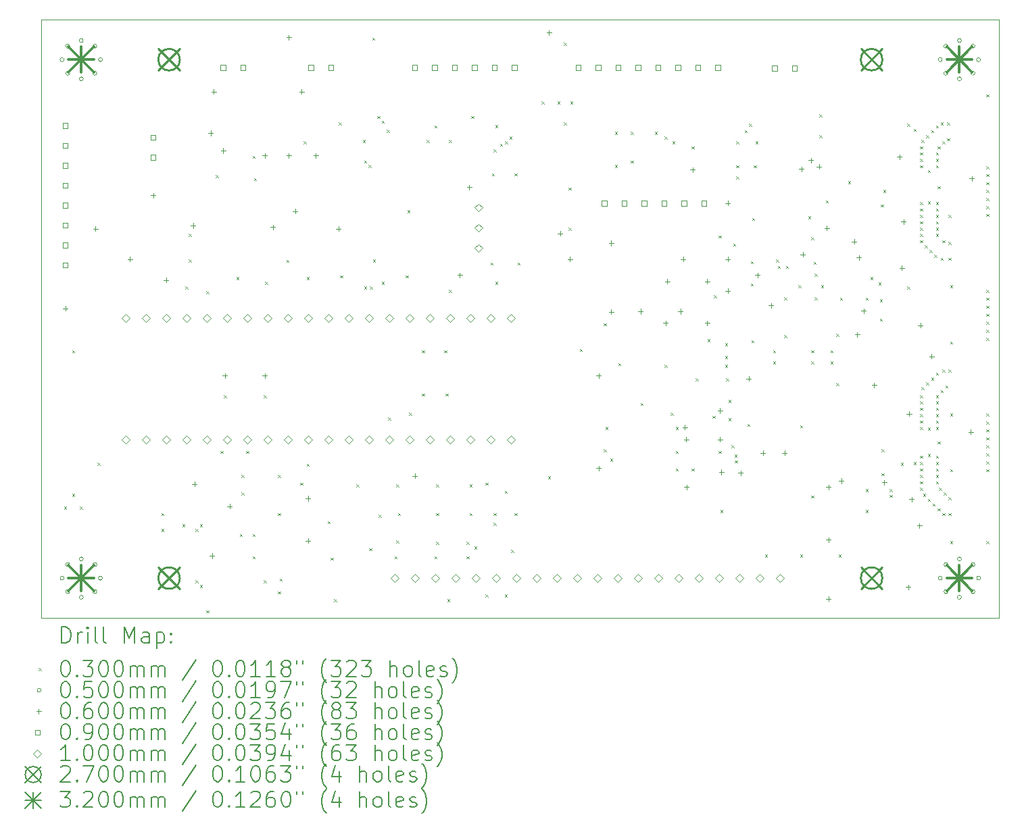
<source format=gbr>
%FSLAX45Y45*%
G04 Gerber Fmt 4.5, Leading zero omitted, Abs format (unit mm)*
G04 Created by KiCad (PCBNEW 6.0.2-378541a8eb~116~ubuntu20.04.1) date 2022-04-19 13:42:11*
%MOMM*%
%LPD*%
G01*
G04 APERTURE LIST*
%TA.AperFunction,Profile*%
%ADD10C,0.050000*%
%TD*%
%ADD11C,0.200000*%
%ADD12C,0.030000*%
%ADD13C,0.050000*%
%ADD14C,0.060000*%
%ADD15C,0.090000*%
%ADD16C,0.100000*%
%ADD17C,0.270000*%
%ADD18C,0.320000*%
G04 APERTURE END LIST*
D10*
X9000000Y-13000000D02*
X9000000Y-5500000D01*
X21000000Y-13000000D02*
X9000000Y-13000000D01*
X9000000Y-5500000D02*
X21000000Y-5500000D01*
X21000000Y-5500000D02*
X21000000Y-13000000D01*
D11*
D12*
X9285000Y-11605000D02*
X9315000Y-11635000D01*
X9315000Y-11605000D02*
X9285000Y-11635000D01*
X9385000Y-9645000D02*
X9415000Y-9675000D01*
X9415000Y-9645000D02*
X9385000Y-9675000D01*
X9385000Y-11445000D02*
X9415000Y-11475000D01*
X9415000Y-11445000D02*
X9385000Y-11475000D01*
X9485000Y-11605000D02*
X9515000Y-11635000D01*
X9515000Y-11605000D02*
X9485000Y-11635000D01*
X9705000Y-11055000D02*
X9735000Y-11085000D01*
X9735000Y-11055000D02*
X9705000Y-11085000D01*
X10505000Y-11685000D02*
X10535000Y-11715000D01*
X10535000Y-11685000D02*
X10505000Y-11715000D01*
X10505000Y-11885000D02*
X10535000Y-11915000D01*
X10535000Y-11885000D02*
X10505000Y-11915000D01*
X10765000Y-11825000D02*
X10795000Y-11855000D01*
X10795000Y-11825000D02*
X10765000Y-11855000D01*
X10805000Y-8845000D02*
X10835000Y-8875000D01*
X10835000Y-8845000D02*
X10805000Y-8875000D01*
X10845000Y-8185000D02*
X10875000Y-8215000D01*
X10875000Y-8185000D02*
X10845000Y-8215000D01*
X10845000Y-8505000D02*
X10875000Y-8535000D01*
X10875000Y-8505000D02*
X10845000Y-8535000D01*
X10930050Y-11885000D02*
X10960050Y-11915000D01*
X10960050Y-11885000D02*
X10930050Y-11915000D01*
X10930050Y-12525000D02*
X10960050Y-12555000D01*
X10960050Y-12525000D02*
X10930050Y-12555000D01*
X10985000Y-11825000D02*
X11015000Y-11855000D01*
X11015000Y-11825000D02*
X10985000Y-11855000D01*
X10985000Y-12585000D02*
X11015000Y-12615000D01*
X11015000Y-12585000D02*
X10985000Y-12615000D01*
X11065000Y-8905000D02*
X11095000Y-8935000D01*
X11095000Y-8905000D02*
X11065000Y-8935000D01*
X11065000Y-12905000D02*
X11095000Y-12935000D01*
X11095000Y-12905000D02*
X11065000Y-12935000D01*
X11185000Y-7445000D02*
X11215000Y-7475000D01*
X11215000Y-7445000D02*
X11185000Y-7475000D01*
X11245000Y-10905000D02*
X11275000Y-10935000D01*
X11275000Y-10905000D02*
X11245000Y-10935000D01*
X11285000Y-10205000D02*
X11315000Y-10235000D01*
X11315000Y-10205000D02*
X11285000Y-10235000D01*
X11445000Y-8725000D02*
X11475000Y-8755000D01*
X11475000Y-8725000D02*
X11445000Y-8755000D01*
X11485000Y-11945000D02*
X11515000Y-11975000D01*
X11515000Y-11945000D02*
X11485000Y-11975000D01*
X11507999Y-11205000D02*
X11537999Y-11235000D01*
X11537999Y-11205000D02*
X11507999Y-11235000D01*
X11507999Y-11425000D02*
X11537999Y-11455000D01*
X11537999Y-11425000D02*
X11507999Y-11455000D01*
X11565000Y-10905000D02*
X11595000Y-10935000D01*
X11595000Y-10905000D02*
X11565000Y-10935000D01*
X11645000Y-7205000D02*
X11675000Y-7235000D01*
X11675000Y-7205000D02*
X11645000Y-7235000D01*
X11645000Y-11945000D02*
X11675000Y-11975000D01*
X11675000Y-11945000D02*
X11645000Y-11975000D01*
X11645000Y-12225000D02*
X11675000Y-12255000D01*
X11675000Y-12225000D02*
X11645000Y-12255000D01*
X11665000Y-7485000D02*
X11695000Y-7515000D01*
X11695000Y-7485000D02*
X11665000Y-7515000D01*
X11785000Y-10205000D02*
X11815000Y-10235000D01*
X11815000Y-10205000D02*
X11785000Y-10235000D01*
X11785000Y-12525000D02*
X11815000Y-12555000D01*
X11815000Y-12525000D02*
X11785000Y-12555000D01*
X11805000Y-8785000D02*
X11835000Y-8815000D01*
X11835000Y-8785000D02*
X11805000Y-8815000D01*
X11965000Y-11205000D02*
X11995000Y-11235000D01*
X11995000Y-11205000D02*
X11965000Y-11235000D01*
X11965000Y-11685000D02*
X11995000Y-11715000D01*
X11995000Y-11685000D02*
X11965000Y-11715000D01*
X11965000Y-12665000D02*
X11995000Y-12695000D01*
X11995000Y-12665000D02*
X11965000Y-12695000D01*
X11985000Y-12505000D02*
X12015000Y-12535000D01*
X12015000Y-12505000D02*
X11985000Y-12535000D01*
X12071000Y-8511000D02*
X12101000Y-8541000D01*
X12101000Y-8511000D02*
X12071000Y-8541000D01*
X12245000Y-11305000D02*
X12275000Y-11335000D01*
X12275000Y-11305000D02*
X12245000Y-11335000D01*
X12285000Y-7025000D02*
X12315000Y-7055000D01*
X12315000Y-7025000D02*
X12285000Y-7055000D01*
X12325000Y-8725000D02*
X12355000Y-8755000D01*
X12355000Y-8725000D02*
X12325000Y-8755000D01*
X12325000Y-11065000D02*
X12355000Y-11095000D01*
X12355000Y-11065000D02*
X12325000Y-11095000D01*
X12585000Y-11785000D02*
X12615000Y-11815000D01*
X12615000Y-11785000D02*
X12585000Y-11815000D01*
X12625000Y-12245000D02*
X12655000Y-12275000D01*
X12655000Y-12245000D02*
X12625000Y-12275000D01*
X12665000Y-12765000D02*
X12695000Y-12795000D01*
X12695000Y-12765000D02*
X12665000Y-12795000D01*
X12725000Y-6785000D02*
X12755000Y-6815000D01*
X12755000Y-6785000D02*
X12725000Y-6815000D01*
X12745000Y-8705000D02*
X12775000Y-8735000D01*
X12775000Y-8705000D02*
X12745000Y-8735000D01*
X12945000Y-11325000D02*
X12975000Y-11355000D01*
X12975000Y-11325000D02*
X12945000Y-11355000D01*
X13025000Y-7005000D02*
X13055000Y-7035000D01*
X13055000Y-7005000D02*
X13025000Y-7035000D01*
X13045000Y-7265000D02*
X13075000Y-7295000D01*
X13075000Y-7265000D02*
X13045000Y-7295000D01*
X13045000Y-8845000D02*
X13075000Y-8875000D01*
X13075000Y-8845000D02*
X13045000Y-8875000D01*
X13100000Y-7320000D02*
X13130000Y-7350000D01*
X13130000Y-7320000D02*
X13100000Y-7350000D01*
X13105000Y-12125000D02*
X13135000Y-12155000D01*
X13135000Y-12125000D02*
X13105000Y-12155000D01*
X13115000Y-8845000D02*
X13145000Y-8875000D01*
X13145000Y-8845000D02*
X13115000Y-8875000D01*
X13145000Y-5725000D02*
X13175000Y-5755000D01*
X13175000Y-5725000D02*
X13145000Y-5755000D01*
X13155050Y-8505000D02*
X13185050Y-8535000D01*
X13185050Y-8505000D02*
X13155050Y-8535000D01*
X13210000Y-6705000D02*
X13240000Y-6735000D01*
X13240000Y-6705000D02*
X13210000Y-6735000D01*
X13225000Y-11705000D02*
X13255000Y-11735000D01*
X13255000Y-11705000D02*
X13225000Y-11735000D01*
X13265000Y-6765000D02*
X13295000Y-6795000D01*
X13295000Y-6765000D02*
X13265000Y-6795000D01*
X13265000Y-8785000D02*
X13295000Y-8815000D01*
X13295000Y-8785000D02*
X13265000Y-8815000D01*
X13325000Y-6880000D02*
X13355000Y-6910000D01*
X13355000Y-6880000D02*
X13325000Y-6910000D01*
X13345000Y-10485000D02*
X13375000Y-10515000D01*
X13375000Y-10485000D02*
X13345000Y-10515000D01*
X13425000Y-12225000D02*
X13455000Y-12255000D01*
X13455000Y-12225000D02*
X13425000Y-12255000D01*
X13445000Y-11325000D02*
X13475000Y-11355000D01*
X13475000Y-11325000D02*
X13445000Y-11355000D01*
X13445000Y-12025000D02*
X13475000Y-12055000D01*
X13475000Y-12025000D02*
X13445000Y-12055000D01*
X13465000Y-11685000D02*
X13495000Y-11715000D01*
X13495000Y-11685000D02*
X13465000Y-11715000D01*
X13565000Y-8705000D02*
X13595000Y-8735000D01*
X13595000Y-8705000D02*
X13565000Y-8735000D01*
X13585000Y-7885000D02*
X13615000Y-7915000D01*
X13615000Y-7885000D02*
X13585000Y-7915000D01*
X13605000Y-10425000D02*
X13635000Y-10455000D01*
X13635000Y-10425000D02*
X13605000Y-10455000D01*
X13765000Y-9645000D02*
X13795000Y-9675000D01*
X13795000Y-9645000D02*
X13765000Y-9675000D01*
X13765000Y-10185000D02*
X13795000Y-10215000D01*
X13795000Y-10185000D02*
X13765000Y-10215000D01*
X13825000Y-7005000D02*
X13855000Y-7035000D01*
X13855000Y-7005000D02*
X13825000Y-7035000D01*
X13925000Y-6825000D02*
X13955000Y-6855000D01*
X13955000Y-6825000D02*
X13925000Y-6855000D01*
X13925000Y-12225000D02*
X13955000Y-12255000D01*
X13955000Y-12225000D02*
X13925000Y-12255000D01*
X13945000Y-11325000D02*
X13975000Y-11355000D01*
X13975000Y-11325000D02*
X13945000Y-11355000D01*
X13945000Y-11685000D02*
X13975000Y-11715000D01*
X13975000Y-11685000D02*
X13945000Y-11715000D01*
X13945000Y-12045000D02*
X13975000Y-12075000D01*
X13975000Y-12045000D02*
X13945000Y-12075000D01*
X14045000Y-9645000D02*
X14075000Y-9675000D01*
X14075000Y-9645000D02*
X14045000Y-9675000D01*
X14065000Y-10185000D02*
X14095000Y-10215000D01*
X14095000Y-10185000D02*
X14065000Y-10215000D01*
X14085000Y-12765000D02*
X14115000Y-12795000D01*
X14115000Y-12765000D02*
X14085000Y-12795000D01*
X14105000Y-7005000D02*
X14135000Y-7035000D01*
X14135000Y-7005000D02*
X14105000Y-7035000D01*
X14105000Y-8885000D02*
X14135000Y-8915000D01*
X14135000Y-8885000D02*
X14105000Y-8915000D01*
X14325000Y-12045000D02*
X14355000Y-12075000D01*
X14355000Y-12045000D02*
X14325000Y-12075000D01*
X14325000Y-12225000D02*
X14355000Y-12255000D01*
X14355000Y-12225000D02*
X14325000Y-12255000D01*
X14365000Y-11325000D02*
X14395000Y-11355000D01*
X14395000Y-11325000D02*
X14365000Y-11355000D01*
X14365000Y-11685000D02*
X14395000Y-11715000D01*
X14395000Y-11685000D02*
X14365000Y-11715000D01*
X14385000Y-6705000D02*
X14415000Y-6735000D01*
X14415000Y-6705000D02*
X14385000Y-6735000D01*
X14425000Y-12105000D02*
X14455000Y-12135000D01*
X14455000Y-12105000D02*
X14425000Y-12135000D01*
X14565000Y-11305000D02*
X14595000Y-11335000D01*
X14595000Y-11305000D02*
X14565000Y-11335000D01*
X14565000Y-12705000D02*
X14595000Y-12735000D01*
X14595000Y-12705000D02*
X14565000Y-12735000D01*
X14625000Y-8545000D02*
X14655000Y-8575000D01*
X14655000Y-8545000D02*
X14625000Y-8575000D01*
X14645000Y-7425000D02*
X14675000Y-7455000D01*
X14675000Y-7425000D02*
X14645000Y-7455000D01*
X14665000Y-7125000D02*
X14695000Y-7155000D01*
X14695000Y-7125000D02*
X14665000Y-7155000D01*
X14665000Y-11685000D02*
X14695000Y-11715000D01*
X14695000Y-11685000D02*
X14665000Y-11715000D01*
X14665000Y-11805000D02*
X14695000Y-11835000D01*
X14695000Y-11805000D02*
X14665000Y-11835000D01*
X14685000Y-6820000D02*
X14715000Y-6850000D01*
X14715000Y-6820000D02*
X14685000Y-6850000D01*
X14685000Y-8785000D02*
X14715000Y-8815000D01*
X14715000Y-8785000D02*
X14685000Y-8815000D01*
X14746033Y-7053430D02*
X14776033Y-7083430D01*
X14776033Y-7053430D02*
X14746033Y-7083430D01*
X14805000Y-11405000D02*
X14835000Y-11435000D01*
X14835000Y-11405000D02*
X14805000Y-11435000D01*
X14805000Y-12705000D02*
X14835000Y-12735000D01*
X14835000Y-12705000D02*
X14805000Y-12735000D01*
X14810000Y-7025000D02*
X14840000Y-7055000D01*
X14840000Y-7025000D02*
X14810000Y-7055000D01*
X14865000Y-6965000D02*
X14895000Y-6995000D01*
X14895000Y-6965000D02*
X14865000Y-6995000D01*
X14885000Y-12145000D02*
X14915000Y-12175000D01*
X14915000Y-12145000D02*
X14885000Y-12175000D01*
X14925000Y-7425000D02*
X14955000Y-7455000D01*
X14955000Y-7425000D02*
X14925000Y-7455000D01*
X14925000Y-11685000D02*
X14955000Y-11715000D01*
X14955000Y-11685000D02*
X14925000Y-11715000D01*
X14965000Y-8545000D02*
X14995000Y-8575000D01*
X14995000Y-8545000D02*
X14965000Y-8575000D01*
X15265000Y-6525000D02*
X15295000Y-6555000D01*
X15295000Y-6525000D02*
X15265000Y-6555000D01*
X15345000Y-11225000D02*
X15375000Y-11255000D01*
X15375000Y-11225000D02*
X15345000Y-11255000D01*
X15465000Y-6525000D02*
X15495000Y-6555000D01*
X15495000Y-6525000D02*
X15465000Y-6555000D01*
X15545000Y-5785000D02*
X15575000Y-5815000D01*
X15575000Y-5785000D02*
X15545000Y-5815000D01*
X15545000Y-6785000D02*
X15575000Y-6815000D01*
X15575000Y-6785000D02*
X15545000Y-6815000D01*
X15605000Y-7605000D02*
X15635000Y-7635000D01*
X15635000Y-7605000D02*
X15605000Y-7635000D01*
X15605000Y-8105000D02*
X15635000Y-8135000D01*
X15635000Y-8105000D02*
X15605000Y-8135000D01*
X15625000Y-6525000D02*
X15655000Y-6555000D01*
X15655000Y-6525000D02*
X15625000Y-6555000D01*
X15745000Y-9625000D02*
X15775000Y-9655000D01*
X15775000Y-9625000D02*
X15745000Y-9655000D01*
X16045000Y-9305000D02*
X16075000Y-9335000D01*
X16075000Y-9305000D02*
X16045000Y-9335000D01*
X16045000Y-10885000D02*
X16075000Y-10915000D01*
X16075000Y-10885000D02*
X16045000Y-10915000D01*
X16065000Y-10605000D02*
X16095000Y-10635000D01*
X16095000Y-10605000D02*
X16065000Y-10635000D01*
X16125000Y-11005000D02*
X16155000Y-11035000D01*
X16155000Y-11005000D02*
X16125000Y-11035000D01*
X16182703Y-7320000D02*
X16212703Y-7350000D01*
X16212703Y-7320000D02*
X16182703Y-7350000D01*
X16185000Y-6905000D02*
X16215000Y-6935000D01*
X16215000Y-6905000D02*
X16185000Y-6935000D01*
X16225000Y-9805000D02*
X16255000Y-9835000D01*
X16255000Y-9805000D02*
X16225000Y-9835000D01*
X16385000Y-6905000D02*
X16415000Y-6935000D01*
X16415000Y-6905000D02*
X16385000Y-6935000D01*
X16385000Y-7265000D02*
X16415000Y-7295000D01*
X16415000Y-7265000D02*
X16385000Y-7295000D01*
X16505000Y-10305000D02*
X16535000Y-10335000D01*
X16535000Y-10305000D02*
X16505000Y-10335000D01*
X16685000Y-6905000D02*
X16715000Y-6935000D01*
X16715000Y-6905000D02*
X16685000Y-6935000D01*
X16805000Y-6965000D02*
X16835000Y-6995000D01*
X16835000Y-6965000D02*
X16805000Y-6995000D01*
X16805000Y-9825000D02*
X16835000Y-9855000D01*
X16835000Y-9825000D02*
X16805000Y-9855000D01*
X16885000Y-10425000D02*
X16915000Y-10455000D01*
X16915000Y-10425000D02*
X16885000Y-10455000D01*
X16905000Y-7025000D02*
X16935000Y-7055000D01*
X16935000Y-7025000D02*
X16905000Y-7055000D01*
X16945000Y-10605000D02*
X16975000Y-10635000D01*
X16975000Y-10605000D02*
X16945000Y-10635000D01*
X16945000Y-10905000D02*
X16975000Y-10935000D01*
X16975000Y-10905000D02*
X16945000Y-10935000D01*
X16945000Y-11125000D02*
X16975000Y-11155000D01*
X16975000Y-11125000D02*
X16945000Y-11155000D01*
X17145000Y-7085000D02*
X17175000Y-7115000D01*
X17175000Y-7085000D02*
X17145000Y-7115000D01*
X17145000Y-11125000D02*
X17175000Y-11155000D01*
X17175000Y-11125000D02*
X17145000Y-11155000D01*
X17195000Y-9995000D02*
X17225000Y-10025000D01*
X17225000Y-9995000D02*
X17195000Y-10025000D01*
X17345000Y-9505000D02*
X17375000Y-9535000D01*
X17375000Y-9505000D02*
X17345000Y-9535000D01*
X17410000Y-10465000D02*
X17440000Y-10495000D01*
X17440000Y-10465000D02*
X17410000Y-10495000D01*
X17425000Y-8955000D02*
X17455000Y-8985000D01*
X17455000Y-8955000D02*
X17425000Y-8985000D01*
X17485000Y-8205000D02*
X17515000Y-8235000D01*
X17515000Y-8205000D02*
X17485000Y-8235000D01*
X17485000Y-10905000D02*
X17515000Y-10935000D01*
X17515000Y-10905000D02*
X17485000Y-10935000D01*
X17505000Y-11645000D02*
X17535000Y-11675000D01*
X17535000Y-11645000D02*
X17505000Y-11675000D01*
X17565000Y-9555000D02*
X17595000Y-9585000D01*
X17595000Y-9555000D02*
X17565000Y-9585000D01*
X17565000Y-9715000D02*
X17595000Y-9745000D01*
X17595000Y-9715000D02*
X17565000Y-9745000D01*
X17565000Y-9825000D02*
X17595000Y-9855000D01*
X17595000Y-9825000D02*
X17565000Y-9855000D01*
X17575000Y-9995000D02*
X17605000Y-10025000D01*
X17605000Y-9995000D02*
X17575000Y-10025000D01*
X17605000Y-10265000D02*
X17635000Y-10295000D01*
X17635000Y-10265000D02*
X17605000Y-10295000D01*
X17605000Y-10495000D02*
X17635000Y-10525000D01*
X17635000Y-10495000D02*
X17605000Y-10525000D01*
X17645000Y-10835000D02*
X17675000Y-10865000D01*
X17675000Y-10835000D02*
X17645000Y-10865000D01*
X17665000Y-8305000D02*
X17695000Y-8335000D01*
X17695000Y-8305000D02*
X17665000Y-8335000D01*
X17682154Y-10950135D02*
X17712154Y-10980135D01*
X17712154Y-10950135D02*
X17682154Y-10980135D01*
X17685000Y-11025000D02*
X17715000Y-11055000D01*
X17715000Y-11025000D02*
X17685000Y-11055000D01*
X17705000Y-7025000D02*
X17735000Y-7055000D01*
X17735000Y-7025000D02*
X17705000Y-7055000D01*
X17705000Y-7325000D02*
X17735000Y-7355000D01*
X17735000Y-7325000D02*
X17705000Y-7355000D01*
X17705000Y-7465000D02*
X17735000Y-7495000D01*
X17735000Y-7465000D02*
X17705000Y-7495000D01*
X17810050Y-6885000D02*
X17840050Y-6915000D01*
X17840050Y-6885000D02*
X17810050Y-6915000D01*
X17845000Y-10565000D02*
X17875000Y-10595000D01*
X17875000Y-10565000D02*
X17845000Y-10595000D01*
X17865000Y-6805000D02*
X17895000Y-6835000D01*
X17895000Y-6805000D02*
X17865000Y-6835000D01*
X17885000Y-8525000D02*
X17915000Y-8555000D01*
X17915000Y-8525000D02*
X17885000Y-8555000D01*
X17885000Y-8805000D02*
X17915000Y-8835000D01*
X17915000Y-8805000D02*
X17885000Y-8835000D01*
X17895000Y-9515000D02*
X17925000Y-9545000D01*
X17925000Y-9515000D02*
X17895000Y-9545000D01*
X17905000Y-7985000D02*
X17935000Y-8015000D01*
X17935000Y-7985000D02*
X17905000Y-8015000D01*
X17925000Y-7325000D02*
X17955000Y-7355000D01*
X17955000Y-7325000D02*
X17925000Y-7355000D01*
X17945000Y-7025000D02*
X17975000Y-7055000D01*
X17975000Y-7025000D02*
X17945000Y-7055000D01*
X18065000Y-12205000D02*
X18095000Y-12235000D01*
X18095000Y-12205000D02*
X18065000Y-12235000D01*
X18165000Y-9645000D02*
X18195000Y-9675000D01*
X18195000Y-9645000D02*
X18165000Y-9675000D01*
X18165000Y-9785000D02*
X18195000Y-9815000D01*
X18195000Y-9785000D02*
X18165000Y-9815000D01*
X18205000Y-8505000D02*
X18235000Y-8535000D01*
X18235000Y-8505000D02*
X18205000Y-8535000D01*
X18225000Y-8585000D02*
X18255000Y-8615000D01*
X18255000Y-8585000D02*
X18225000Y-8615000D01*
X18305000Y-8978950D02*
X18335000Y-9008950D01*
X18335000Y-8978950D02*
X18305000Y-9008950D01*
X18305000Y-9455000D02*
X18335000Y-9485000D01*
X18335000Y-9455000D02*
X18305000Y-9485000D01*
X18325000Y-8585000D02*
X18355000Y-8615000D01*
X18355000Y-8585000D02*
X18325000Y-8615000D01*
X18485000Y-8825000D02*
X18515000Y-8855000D01*
X18515000Y-8825000D02*
X18485000Y-8855000D01*
X18505000Y-10585000D02*
X18535000Y-10615000D01*
X18535000Y-10585000D02*
X18505000Y-10615000D01*
X18505000Y-12205000D02*
X18535000Y-12235000D01*
X18535000Y-12205000D02*
X18505000Y-12235000D01*
X18605000Y-7965000D02*
X18635000Y-7995000D01*
X18635000Y-7965000D02*
X18605000Y-7995000D01*
X18645000Y-8225000D02*
X18675000Y-8255000D01*
X18675000Y-8225000D02*
X18645000Y-8255000D01*
X18645000Y-9645000D02*
X18675000Y-9675000D01*
X18675000Y-9645000D02*
X18645000Y-9675000D01*
X18645000Y-9785000D02*
X18675000Y-9815000D01*
X18675000Y-9785000D02*
X18645000Y-9815000D01*
X18645000Y-11465000D02*
X18675000Y-11495000D01*
X18675000Y-11465000D02*
X18645000Y-11495000D01*
X18675000Y-8535000D02*
X18705000Y-8565000D01*
X18705000Y-8535000D02*
X18675000Y-8565000D01*
X18685000Y-8685000D02*
X18715000Y-8715000D01*
X18715000Y-8685000D02*
X18685000Y-8715000D01*
X18685000Y-8978950D02*
X18715000Y-9008950D01*
X18715000Y-8978950D02*
X18685000Y-9008950D01*
X18745000Y-6685000D02*
X18775000Y-6715000D01*
X18775000Y-6685000D02*
X18745000Y-6715000D01*
X18745000Y-6945000D02*
X18775000Y-6975000D01*
X18775000Y-6945000D02*
X18745000Y-6975000D01*
X18765000Y-8825000D02*
X18795000Y-8855000D01*
X18795000Y-8825000D02*
X18765000Y-8855000D01*
X18825000Y-7765000D02*
X18855000Y-7795000D01*
X18855000Y-7765000D02*
X18825000Y-7795000D01*
X18885000Y-9645000D02*
X18915000Y-9675000D01*
X18915000Y-9645000D02*
X18885000Y-9675000D01*
X18885000Y-9785000D02*
X18915000Y-9815000D01*
X18915000Y-9785000D02*
X18885000Y-9815000D01*
X18955000Y-9435000D02*
X18985000Y-9465000D01*
X18985000Y-9435000D02*
X18955000Y-9465000D01*
X18955000Y-10055000D02*
X18985000Y-10085000D01*
X18985000Y-10055000D02*
X18955000Y-10085000D01*
X18985000Y-12205000D02*
X19015000Y-12235000D01*
X19015000Y-12205000D02*
X18985000Y-12235000D01*
X19005000Y-8985000D02*
X19035000Y-9015000D01*
X19035000Y-8985000D02*
X19005000Y-9015000D01*
X19105000Y-7525000D02*
X19135000Y-7555000D01*
X19135000Y-7525000D02*
X19105000Y-7555000D01*
X19325000Y-8985000D02*
X19355000Y-9015000D01*
X19355000Y-8985000D02*
X19325000Y-9015000D01*
X19325000Y-11385000D02*
X19355000Y-11415000D01*
X19355000Y-11385000D02*
X19325000Y-11415000D01*
X19325000Y-11645000D02*
X19355000Y-11675000D01*
X19355000Y-11645000D02*
X19325000Y-11675000D01*
X19385000Y-8725000D02*
X19415000Y-8755000D01*
X19415000Y-8725000D02*
X19385000Y-8755000D01*
X19485000Y-8795000D02*
X19515000Y-8825000D01*
X19515000Y-8795000D02*
X19485000Y-8825000D01*
X19505000Y-9005000D02*
X19535000Y-9035000D01*
X19535000Y-9005000D02*
X19505000Y-9035000D01*
X19505000Y-9245000D02*
X19535000Y-9275000D01*
X19535000Y-9245000D02*
X19505000Y-9275000D01*
X19515000Y-7815000D02*
X19545000Y-7845000D01*
X19545000Y-7815000D02*
X19515000Y-7845000D01*
X19525000Y-10885000D02*
X19555000Y-10915000D01*
X19555000Y-10885000D02*
X19525000Y-10915000D01*
X19525000Y-11185000D02*
X19555000Y-11215000D01*
X19555000Y-11185000D02*
X19525000Y-11215000D01*
X19545000Y-7635000D02*
X19575000Y-7665000D01*
X19575000Y-7635000D02*
X19545000Y-7665000D01*
X19625000Y-11385000D02*
X19655000Y-11415000D01*
X19655000Y-11385000D02*
X19625000Y-11415000D01*
X19625000Y-11454950D02*
X19655000Y-11484950D01*
X19655000Y-11454950D02*
X19625000Y-11484950D01*
X19765000Y-11055000D02*
X19795000Y-11085000D01*
X19795000Y-11055000D02*
X19765000Y-11085000D01*
X19845000Y-6805000D02*
X19875000Y-6835000D01*
X19875000Y-6805000D02*
X19845000Y-6835000D01*
X19845000Y-8845000D02*
X19875000Y-8875000D01*
X19875000Y-8845000D02*
X19845000Y-8875000D01*
X19925000Y-6865000D02*
X19955000Y-6895000D01*
X19955000Y-6865000D02*
X19925000Y-6895000D01*
X19925000Y-11045000D02*
X19955000Y-11075000D01*
X19955000Y-11045000D02*
X19925000Y-11075000D01*
X20005000Y-7085000D02*
X20035000Y-7115000D01*
X20035000Y-7085000D02*
X20005000Y-7115000D01*
X20005000Y-7165000D02*
X20035000Y-7195000D01*
X20035000Y-7165000D02*
X20005000Y-7195000D01*
X20005000Y-7245000D02*
X20035000Y-7275000D01*
X20035000Y-7245000D02*
X20005000Y-7275000D01*
X20005000Y-7325000D02*
X20035000Y-7355000D01*
X20035000Y-7325000D02*
X20005000Y-7355000D01*
X20005000Y-7785000D02*
X20035000Y-7815000D01*
X20035000Y-7785000D02*
X20005000Y-7815000D01*
X20005000Y-7865000D02*
X20035000Y-7895000D01*
X20035000Y-7865000D02*
X20005000Y-7895000D01*
X20005000Y-7945000D02*
X20035000Y-7975000D01*
X20035000Y-7945000D02*
X20005000Y-7975000D01*
X20005000Y-8025000D02*
X20035000Y-8055000D01*
X20035000Y-8025000D02*
X20005000Y-8055000D01*
X20005000Y-8105000D02*
X20035000Y-8135000D01*
X20035000Y-8105000D02*
X20005000Y-8135000D01*
X20005000Y-8185000D02*
X20035000Y-8215000D01*
X20035000Y-8185000D02*
X20005000Y-8215000D01*
X20005000Y-8265000D02*
X20035000Y-8295000D01*
X20035000Y-8265000D02*
X20005000Y-8295000D01*
X20005000Y-10205000D02*
X20035000Y-10235000D01*
X20035000Y-10205000D02*
X20005000Y-10235000D01*
X20005000Y-10285000D02*
X20035000Y-10315000D01*
X20035000Y-10285000D02*
X20005000Y-10315000D01*
X20005000Y-10365000D02*
X20035000Y-10395000D01*
X20035000Y-10365000D02*
X20005000Y-10395000D01*
X20005000Y-10445000D02*
X20035000Y-10475000D01*
X20035000Y-10445000D02*
X20005000Y-10475000D01*
X20005000Y-10525000D02*
X20035000Y-10555000D01*
X20035000Y-10525000D02*
X20005000Y-10555000D01*
X20005000Y-10605000D02*
X20035000Y-10635000D01*
X20035000Y-10605000D02*
X20005000Y-10635000D01*
X20005000Y-10965000D02*
X20035000Y-10995000D01*
X20035000Y-10965000D02*
X20005000Y-10995000D01*
X20005000Y-11045000D02*
X20035000Y-11075000D01*
X20035000Y-11045000D02*
X20005000Y-11075000D01*
X20005000Y-11125000D02*
X20035000Y-11155000D01*
X20035000Y-11125000D02*
X20005000Y-11155000D01*
X20005000Y-11205000D02*
X20035000Y-11235000D01*
X20035000Y-11205000D02*
X20005000Y-11235000D01*
X20005000Y-11285000D02*
X20035000Y-11315000D01*
X20035000Y-11285000D02*
X20005000Y-11315000D01*
X20005000Y-11365000D02*
X20035000Y-11395000D01*
X20035000Y-11365000D02*
X20005000Y-11395000D01*
X20025000Y-7005000D02*
X20055000Y-7035000D01*
X20055000Y-7005000D02*
X20025000Y-7035000D01*
X20025000Y-10105000D02*
X20055000Y-10135000D01*
X20055000Y-10105000D02*
X20025000Y-10135000D01*
X20045000Y-11445000D02*
X20075000Y-11475000D01*
X20075000Y-11445000D02*
X20045000Y-11475000D01*
X20065000Y-8325000D02*
X20095000Y-8355000D01*
X20095000Y-8325000D02*
X20065000Y-8355000D01*
X20085000Y-6945000D02*
X20115000Y-6975000D01*
X20115000Y-6945000D02*
X20085000Y-6975000D01*
X20085000Y-10045000D02*
X20115000Y-10075000D01*
X20115000Y-10045000D02*
X20085000Y-10075000D01*
X20105000Y-7385000D02*
X20135000Y-7415000D01*
X20135000Y-7385000D02*
X20105000Y-7415000D01*
X20105000Y-7775000D02*
X20135000Y-7805000D01*
X20135000Y-7775000D02*
X20105000Y-7805000D01*
X20105000Y-10615000D02*
X20135000Y-10645000D01*
X20135000Y-10615000D02*
X20105000Y-10645000D01*
X20105000Y-10945000D02*
X20135000Y-10975000D01*
X20135000Y-10945000D02*
X20105000Y-10975000D01*
X20105000Y-11505000D02*
X20135000Y-11535000D01*
X20135000Y-11505000D02*
X20105000Y-11535000D01*
X20125000Y-8385000D02*
X20155000Y-8415000D01*
X20155000Y-8385000D02*
X20125000Y-8415000D01*
X20145000Y-6885000D02*
X20175000Y-6915000D01*
X20175000Y-6885000D02*
X20145000Y-6915000D01*
X20145000Y-9985000D02*
X20175000Y-10015000D01*
X20175000Y-9985000D02*
X20145000Y-10015000D01*
X20165000Y-11565000D02*
X20195000Y-11595000D01*
X20195000Y-11565000D02*
X20165000Y-11595000D01*
X20185000Y-8445000D02*
X20215000Y-8475000D01*
X20215000Y-8445000D02*
X20185000Y-8475000D01*
X20205000Y-6825000D02*
X20235000Y-6855000D01*
X20235000Y-6825000D02*
X20205000Y-6855000D01*
X20205000Y-7165000D02*
X20235000Y-7195000D01*
X20235000Y-7165000D02*
X20205000Y-7195000D01*
X20205000Y-7245000D02*
X20235000Y-7275000D01*
X20235000Y-7245000D02*
X20205000Y-7275000D01*
X20205000Y-7325000D02*
X20235000Y-7355000D01*
X20235000Y-7325000D02*
X20205000Y-7355000D01*
X20205000Y-7785000D02*
X20235000Y-7815000D01*
X20235000Y-7785000D02*
X20205000Y-7815000D01*
X20205000Y-7865000D02*
X20235000Y-7895000D01*
X20235000Y-7865000D02*
X20205000Y-7895000D01*
X20205000Y-7945000D02*
X20235000Y-7975000D01*
X20235000Y-7945000D02*
X20205000Y-7975000D01*
X20205000Y-8025000D02*
X20235000Y-8055000D01*
X20235000Y-8025000D02*
X20205000Y-8055000D01*
X20205000Y-8105000D02*
X20235000Y-8135000D01*
X20235000Y-8105000D02*
X20205000Y-8135000D01*
X20205000Y-8185000D02*
X20235000Y-8215000D01*
X20235000Y-8185000D02*
X20205000Y-8215000D01*
X20205000Y-9925000D02*
X20235000Y-9955000D01*
X20235000Y-9925000D02*
X20205000Y-9955000D01*
X20205000Y-10205000D02*
X20235000Y-10235000D01*
X20235000Y-10205000D02*
X20205000Y-10235000D01*
X20205000Y-10285000D02*
X20235000Y-10315000D01*
X20235000Y-10285000D02*
X20205000Y-10315000D01*
X20205000Y-10365000D02*
X20235000Y-10395000D01*
X20235000Y-10365000D02*
X20205000Y-10395000D01*
X20205000Y-10445000D02*
X20235000Y-10475000D01*
X20235000Y-10445000D02*
X20205000Y-10475000D01*
X20205000Y-10525000D02*
X20235000Y-10555000D01*
X20235000Y-10525000D02*
X20205000Y-10555000D01*
X20205000Y-10605000D02*
X20235000Y-10635000D01*
X20235000Y-10605000D02*
X20205000Y-10635000D01*
X20205000Y-10965000D02*
X20235000Y-10995000D01*
X20235000Y-10965000D02*
X20205000Y-10995000D01*
X20205000Y-11045000D02*
X20235000Y-11075000D01*
X20235000Y-11045000D02*
X20205000Y-11075000D01*
X20205000Y-11125000D02*
X20235000Y-11155000D01*
X20235000Y-11125000D02*
X20205000Y-11155000D01*
X20205000Y-11205000D02*
X20235000Y-11235000D01*
X20235000Y-11205000D02*
X20205000Y-11235000D01*
X20205000Y-11285000D02*
X20235000Y-11315000D01*
X20235000Y-11285000D02*
X20205000Y-11315000D01*
X20225000Y-7085000D02*
X20255000Y-7115000D01*
X20255000Y-7085000D02*
X20225000Y-7115000D01*
X20225000Y-11625000D02*
X20255000Y-11655000D01*
X20255000Y-11625000D02*
X20225000Y-11655000D01*
X20225408Y-10786020D02*
X20255408Y-10816020D01*
X20255408Y-10786020D02*
X20225408Y-10816020D01*
X20228327Y-7588309D02*
X20258327Y-7618309D01*
X20258327Y-7588309D02*
X20228327Y-7618309D01*
X20245000Y-11365000D02*
X20275000Y-11395000D01*
X20275000Y-11365000D02*
X20245000Y-11395000D01*
X20265000Y-6785000D02*
X20295000Y-6815000D01*
X20295000Y-6785000D02*
X20265000Y-6815000D01*
X20265000Y-8485000D02*
X20295000Y-8515000D01*
X20295000Y-8485000D02*
X20265000Y-8515000D01*
X20265000Y-10145000D02*
X20295000Y-10175000D01*
X20295000Y-10145000D02*
X20265000Y-10175000D01*
X20285000Y-7025000D02*
X20315000Y-7055000D01*
X20315000Y-7025000D02*
X20285000Y-7055000D01*
X20285000Y-8265000D02*
X20315000Y-8295000D01*
X20315000Y-8265000D02*
X20285000Y-8295000D01*
X20285000Y-9885000D02*
X20315000Y-9915000D01*
X20315000Y-9885000D02*
X20285000Y-9915000D01*
X20285000Y-11685000D02*
X20315000Y-11715000D01*
X20315000Y-11685000D02*
X20285000Y-11715000D01*
X20305000Y-11425000D02*
X20335000Y-11455000D01*
X20335000Y-11425000D02*
X20305000Y-11455000D01*
X20325000Y-10085000D02*
X20355000Y-10115000D01*
X20355000Y-10085000D02*
X20325000Y-10115000D01*
X20345000Y-6785000D02*
X20375000Y-6815000D01*
X20375000Y-6785000D02*
X20345000Y-6815000D01*
X20345000Y-6985000D02*
X20375000Y-7015000D01*
X20375000Y-6985000D02*
X20345000Y-7015000D01*
X20365000Y-7945000D02*
X20395000Y-7975000D01*
X20395000Y-7945000D02*
X20365000Y-7975000D01*
X20365000Y-8285000D02*
X20395000Y-8315000D01*
X20395000Y-8285000D02*
X20365000Y-8315000D01*
X20365000Y-8485000D02*
X20395000Y-8515000D01*
X20395000Y-8485000D02*
X20365000Y-8515000D01*
X20365000Y-9885000D02*
X20395000Y-9915000D01*
X20395000Y-9885000D02*
X20365000Y-9915000D01*
X20365000Y-11485000D02*
X20395000Y-11515000D01*
X20395000Y-11485000D02*
X20365000Y-11515000D01*
X20365000Y-11685000D02*
X20395000Y-11715000D01*
X20395000Y-11685000D02*
X20365000Y-11715000D01*
X20385000Y-8825000D02*
X20415000Y-8855000D01*
X20415000Y-8825000D02*
X20385000Y-8855000D01*
X20385000Y-9535000D02*
X20415000Y-9565000D01*
X20415000Y-9535000D02*
X20385000Y-9565000D01*
X20385000Y-10435000D02*
X20415000Y-10465000D01*
X20415000Y-10435000D02*
X20385000Y-10465000D01*
X20385000Y-11135000D02*
X20415000Y-11165000D01*
X20415000Y-11135000D02*
X20385000Y-11165000D01*
X20385000Y-12035000D02*
X20415000Y-12065000D01*
X20415000Y-12035000D02*
X20385000Y-12065000D01*
X20835000Y-6435000D02*
X20865000Y-6465000D01*
X20865000Y-6435000D02*
X20835000Y-6465000D01*
X20835000Y-7335000D02*
X20865000Y-7365000D01*
X20865000Y-7335000D02*
X20835000Y-7365000D01*
X20835000Y-7435000D02*
X20865000Y-7465000D01*
X20865000Y-7435000D02*
X20835000Y-7465000D01*
X20835000Y-7535000D02*
X20865000Y-7565000D01*
X20865000Y-7535000D02*
X20835000Y-7565000D01*
X20835000Y-7635000D02*
X20865000Y-7665000D01*
X20865000Y-7635000D02*
X20835000Y-7665000D01*
X20835000Y-7735000D02*
X20865000Y-7765000D01*
X20865000Y-7735000D02*
X20835000Y-7765000D01*
X20835000Y-7835000D02*
X20865000Y-7865000D01*
X20865000Y-7835000D02*
X20835000Y-7865000D01*
X20835000Y-7935000D02*
X20865000Y-7965000D01*
X20865000Y-7935000D02*
X20835000Y-7965000D01*
X20835000Y-8885000D02*
X20865000Y-8915000D01*
X20865000Y-8885000D02*
X20835000Y-8915000D01*
X20835000Y-8985000D02*
X20865000Y-9015000D01*
X20865000Y-8985000D02*
X20835000Y-9015000D01*
X20835000Y-9085000D02*
X20865000Y-9115000D01*
X20865000Y-9085000D02*
X20835000Y-9115000D01*
X20835000Y-9185000D02*
X20865000Y-9215000D01*
X20865000Y-9185000D02*
X20835000Y-9215000D01*
X20835000Y-9285000D02*
X20865000Y-9315000D01*
X20865000Y-9285000D02*
X20835000Y-9315000D01*
X20835000Y-9385000D02*
X20865000Y-9415000D01*
X20865000Y-9385000D02*
X20835000Y-9415000D01*
X20835000Y-9485000D02*
X20865000Y-9515000D01*
X20865000Y-9485000D02*
X20835000Y-9515000D01*
X20835000Y-10435000D02*
X20865000Y-10465000D01*
X20865000Y-10435000D02*
X20835000Y-10465000D01*
X20835000Y-10535000D02*
X20865000Y-10565000D01*
X20865000Y-10535000D02*
X20835000Y-10565000D01*
X20835000Y-10635000D02*
X20865000Y-10665000D01*
X20865000Y-10635000D02*
X20835000Y-10665000D01*
X20835000Y-10735000D02*
X20865000Y-10765000D01*
X20865000Y-10735000D02*
X20835000Y-10765000D01*
X20835000Y-10835000D02*
X20865000Y-10865000D01*
X20865000Y-10835000D02*
X20835000Y-10865000D01*
X20835000Y-10935000D02*
X20865000Y-10965000D01*
X20865000Y-10935000D02*
X20835000Y-10965000D01*
X20835000Y-11035000D02*
X20865000Y-11065000D01*
X20865000Y-11035000D02*
X20835000Y-11065000D01*
X20835000Y-11135000D02*
X20865000Y-11165000D01*
X20865000Y-11135000D02*
X20835000Y-11165000D01*
X20835000Y-12035000D02*
X20865000Y-12065000D01*
X20865000Y-12035000D02*
X20835000Y-12065000D01*
D13*
X9285000Y-6000000D02*
G75*
G03*
X9285000Y-6000000I-25000J0D01*
G01*
X9285000Y-12500000D02*
G75*
G03*
X9285000Y-12500000I-25000J0D01*
G01*
X9355294Y-5830294D02*
G75*
G03*
X9355294Y-5830294I-25000J0D01*
G01*
X9355294Y-6169706D02*
G75*
G03*
X9355294Y-6169706I-25000J0D01*
G01*
X9355294Y-12330294D02*
G75*
G03*
X9355294Y-12330294I-25000J0D01*
G01*
X9355294Y-12669706D02*
G75*
G03*
X9355294Y-12669706I-25000J0D01*
G01*
X9525000Y-5760000D02*
G75*
G03*
X9525000Y-5760000I-25000J0D01*
G01*
X9525000Y-6240000D02*
G75*
G03*
X9525000Y-6240000I-25000J0D01*
G01*
X9525000Y-12260000D02*
G75*
G03*
X9525000Y-12260000I-25000J0D01*
G01*
X9525000Y-12740000D02*
G75*
G03*
X9525000Y-12740000I-25000J0D01*
G01*
X9694706Y-5830294D02*
G75*
G03*
X9694706Y-5830294I-25000J0D01*
G01*
X9694706Y-6169706D02*
G75*
G03*
X9694706Y-6169706I-25000J0D01*
G01*
X9694706Y-12330294D02*
G75*
G03*
X9694706Y-12330294I-25000J0D01*
G01*
X9694706Y-12669706D02*
G75*
G03*
X9694706Y-12669706I-25000J0D01*
G01*
X9765000Y-6000000D02*
G75*
G03*
X9765000Y-6000000I-25000J0D01*
G01*
X9765000Y-12500000D02*
G75*
G03*
X9765000Y-12500000I-25000J0D01*
G01*
X20285000Y-6000000D02*
G75*
G03*
X20285000Y-6000000I-25000J0D01*
G01*
X20285000Y-12500000D02*
G75*
G03*
X20285000Y-12500000I-25000J0D01*
G01*
X20355294Y-5830294D02*
G75*
G03*
X20355294Y-5830294I-25000J0D01*
G01*
X20355294Y-6169706D02*
G75*
G03*
X20355294Y-6169706I-25000J0D01*
G01*
X20355294Y-12330294D02*
G75*
G03*
X20355294Y-12330294I-25000J0D01*
G01*
X20355294Y-12669706D02*
G75*
G03*
X20355294Y-12669706I-25000J0D01*
G01*
X20525000Y-5760000D02*
G75*
G03*
X20525000Y-5760000I-25000J0D01*
G01*
X20525000Y-6240000D02*
G75*
G03*
X20525000Y-6240000I-25000J0D01*
G01*
X20525000Y-12260000D02*
G75*
G03*
X20525000Y-12260000I-25000J0D01*
G01*
X20525000Y-12740000D02*
G75*
G03*
X20525000Y-12740000I-25000J0D01*
G01*
X20694706Y-5830294D02*
G75*
G03*
X20694706Y-5830294I-25000J0D01*
G01*
X20694706Y-6169706D02*
G75*
G03*
X20694706Y-6169706I-25000J0D01*
G01*
X20694706Y-12330294D02*
G75*
G03*
X20694706Y-12330294I-25000J0D01*
G01*
X20694706Y-12669706D02*
G75*
G03*
X20694706Y-12669706I-25000J0D01*
G01*
X20765000Y-6000000D02*
G75*
G03*
X20765000Y-6000000I-25000J0D01*
G01*
X20765000Y-12500000D02*
G75*
G03*
X20765000Y-12500000I-25000J0D01*
G01*
D14*
X9300000Y-9090000D02*
X9300000Y-9150000D01*
X9270000Y-9120000D02*
X9330000Y-9120000D01*
X9680000Y-8090000D02*
X9680000Y-8150000D01*
X9650000Y-8120000D02*
X9710000Y-8120000D01*
X10110000Y-8470000D02*
X10110000Y-8530000D01*
X10080000Y-8500000D02*
X10140000Y-8500000D01*
X10400000Y-7670000D02*
X10400000Y-7730000D01*
X10370000Y-7700000D02*
X10430000Y-7700000D01*
X10562000Y-8732000D02*
X10562000Y-8792000D01*
X10532000Y-8762000D02*
X10592000Y-8762000D01*
X10900000Y-8050000D02*
X10900000Y-8110000D01*
X10870000Y-8080000D02*
X10930000Y-8080000D01*
X10920000Y-11290000D02*
X10920000Y-11350000D01*
X10890000Y-11320000D02*
X10950000Y-11320000D01*
X11120000Y-6890000D02*
X11120000Y-6950000D01*
X11090000Y-6920000D02*
X11150000Y-6920000D01*
X11140000Y-12190000D02*
X11140000Y-12250000D01*
X11110000Y-12220000D02*
X11170000Y-12220000D01*
X11160000Y-6370000D02*
X11160000Y-6430000D01*
X11130000Y-6400000D02*
X11190000Y-6400000D01*
X11280000Y-7110000D02*
X11280000Y-7170000D01*
X11250000Y-7140000D02*
X11310000Y-7140000D01*
X11300000Y-9930000D02*
X11300000Y-9990000D01*
X11270000Y-9960000D02*
X11330000Y-9960000D01*
X11360000Y-11570000D02*
X11360000Y-11630000D01*
X11330000Y-11600000D02*
X11390000Y-11600000D01*
X11800000Y-7170000D02*
X11800000Y-7230000D01*
X11770000Y-7200000D02*
X11830000Y-7200000D01*
X11800000Y-9930000D02*
X11800000Y-9990000D01*
X11770000Y-9960000D02*
X11830000Y-9960000D01*
X11900000Y-8070000D02*
X11900000Y-8130000D01*
X11870000Y-8100000D02*
X11930000Y-8100000D01*
X12100000Y-5690000D02*
X12100000Y-5750000D01*
X12070000Y-5720000D02*
X12130000Y-5720000D01*
X12100000Y-7170000D02*
X12100000Y-7230000D01*
X12070000Y-7200000D02*
X12130000Y-7200000D01*
X12180000Y-7870000D02*
X12180000Y-7930000D01*
X12150000Y-7900000D02*
X12210000Y-7900000D01*
X12260000Y-6370000D02*
X12260000Y-6430000D01*
X12230000Y-6400000D02*
X12290000Y-6400000D01*
X12340000Y-11470000D02*
X12340000Y-11530000D01*
X12310000Y-11500000D02*
X12370000Y-11500000D01*
X12340000Y-11999950D02*
X12340000Y-12059950D01*
X12310000Y-12029950D02*
X12370000Y-12029950D01*
X12440000Y-7170000D02*
X12440000Y-7230000D01*
X12410000Y-7200000D02*
X12470000Y-7200000D01*
X12720000Y-8090000D02*
X12720000Y-8150000D01*
X12690000Y-8120000D02*
X12750000Y-8120000D01*
X13680000Y-11190000D02*
X13680000Y-11250000D01*
X13650000Y-11220000D02*
X13710000Y-11220000D01*
X14240000Y-8670000D02*
X14240000Y-8730000D01*
X14210000Y-8700000D02*
X14270000Y-8700000D01*
X14360000Y-7570000D02*
X14360000Y-7630000D01*
X14330000Y-7600000D02*
X14390000Y-7600000D01*
X15360000Y-5630000D02*
X15360000Y-5690000D01*
X15330000Y-5660000D02*
X15390000Y-5660000D01*
X15500000Y-8150000D02*
X15500000Y-8210000D01*
X15470000Y-8180000D02*
X15530000Y-8180000D01*
X15620000Y-8470000D02*
X15620000Y-8530000D01*
X15590000Y-8500000D02*
X15650000Y-8500000D01*
X15980000Y-9930000D02*
X15980000Y-9990000D01*
X15950000Y-9960000D02*
X16010000Y-9960000D01*
X15980000Y-11090000D02*
X15980000Y-11150000D01*
X15950000Y-11120000D02*
X16010000Y-11120000D01*
X16140000Y-8270000D02*
X16140000Y-8330000D01*
X16110000Y-8300000D02*
X16170000Y-8300000D01*
X16140000Y-9130000D02*
X16140000Y-9190000D01*
X16110000Y-9160000D02*
X16170000Y-9160000D01*
X16505000Y-9125000D02*
X16505000Y-9185000D01*
X16475000Y-9155000D02*
X16535000Y-9155000D01*
X16820000Y-9270000D02*
X16820000Y-9330000D01*
X16790000Y-9300000D02*
X16850000Y-9300000D01*
X16840000Y-8750000D02*
X16840000Y-8810000D01*
X16810000Y-8780000D02*
X16870000Y-8780000D01*
X17005000Y-9125000D02*
X17005000Y-9185000D01*
X16975000Y-9155000D02*
X17035000Y-9155000D01*
X17040000Y-8470000D02*
X17040000Y-8530000D01*
X17010000Y-8500000D02*
X17070000Y-8500000D01*
X17060000Y-10580000D02*
X17060000Y-10640000D01*
X17030000Y-10610000D02*
X17090000Y-10610000D01*
X17078000Y-10732000D02*
X17078000Y-10792000D01*
X17048000Y-10762000D02*
X17108000Y-10762000D01*
X17080000Y-11330000D02*
X17080000Y-11390000D01*
X17050000Y-11360000D02*
X17110000Y-11360000D01*
X17160000Y-7350000D02*
X17160000Y-7410000D01*
X17130000Y-7380000D02*
X17190000Y-7380000D01*
X17340000Y-8750000D02*
X17340000Y-8810000D01*
X17310000Y-8780000D02*
X17370000Y-8780000D01*
X17340000Y-9270000D02*
X17340000Y-9330000D01*
X17310000Y-9300000D02*
X17370000Y-9300000D01*
X17500000Y-10370000D02*
X17500000Y-10430000D01*
X17470000Y-10400000D02*
X17530000Y-10400000D01*
X17500000Y-10730000D02*
X17500000Y-10790000D01*
X17470000Y-10760000D02*
X17530000Y-10760000D01*
X17520000Y-11140000D02*
X17520000Y-11200000D01*
X17490000Y-11170000D02*
X17550000Y-11170000D01*
X17600000Y-7770000D02*
X17600000Y-7830000D01*
X17570000Y-7800000D02*
X17630000Y-7800000D01*
X17600000Y-8470000D02*
X17600000Y-8530000D01*
X17570000Y-8500000D02*
X17630000Y-8500000D01*
X17600000Y-8870000D02*
X17600000Y-8930000D01*
X17570000Y-8900000D02*
X17630000Y-8900000D01*
X17760000Y-11150000D02*
X17760000Y-11210000D01*
X17730000Y-11180000D02*
X17790000Y-11180000D01*
X17860000Y-9970000D02*
X17860000Y-10030000D01*
X17830000Y-10000000D02*
X17890000Y-10000000D01*
X17970000Y-8670000D02*
X17970000Y-8730000D01*
X17940000Y-8700000D02*
X18000000Y-8700000D01*
X18040000Y-10900000D02*
X18040000Y-10960000D01*
X18010000Y-10930000D02*
X18070000Y-10930000D01*
X18140000Y-9050000D02*
X18140000Y-9110000D01*
X18110000Y-9080000D02*
X18170000Y-9080000D01*
X18310000Y-10900000D02*
X18310000Y-10960000D01*
X18280000Y-10930000D02*
X18340000Y-10930000D01*
X18520000Y-7340000D02*
X18520000Y-7400000D01*
X18490000Y-7370000D02*
X18550000Y-7370000D01*
X18540000Y-8410000D02*
X18540000Y-8470000D01*
X18510000Y-8440000D02*
X18570000Y-8440000D01*
X18640000Y-7230000D02*
X18640000Y-7290000D01*
X18610000Y-7260000D02*
X18670000Y-7260000D01*
X18740000Y-7310000D02*
X18740000Y-7370000D01*
X18710000Y-7340000D02*
X18770000Y-7340000D01*
X18840000Y-8080000D02*
X18840000Y-8140000D01*
X18810000Y-8110000D02*
X18870000Y-8110000D01*
X18860000Y-11330000D02*
X18860000Y-11390000D01*
X18830000Y-11360000D02*
X18890000Y-11360000D01*
X18860000Y-11990000D02*
X18860000Y-12050000D01*
X18830000Y-12020000D02*
X18890000Y-12020000D01*
X18860000Y-12730000D02*
X18860000Y-12790000D01*
X18830000Y-12760000D02*
X18890000Y-12760000D01*
X19020000Y-11250000D02*
X19020000Y-11310000D01*
X18990000Y-11280000D02*
X19050000Y-11280000D01*
X19180000Y-8250000D02*
X19180000Y-8310000D01*
X19150000Y-8280000D02*
X19210000Y-8280000D01*
X19220000Y-9413700D02*
X19220000Y-9473700D01*
X19190000Y-9443700D02*
X19250000Y-9443700D01*
X19240000Y-8450000D02*
X19240000Y-8510000D01*
X19210000Y-8480000D02*
X19270000Y-8480000D01*
X19300000Y-9120000D02*
X19300000Y-9180000D01*
X19270000Y-9150000D02*
X19330000Y-9150000D01*
X19430000Y-10050000D02*
X19430000Y-10110000D01*
X19400000Y-10080000D02*
X19460000Y-10080000D01*
X19560000Y-11270000D02*
X19560000Y-11330000D01*
X19530000Y-11300000D02*
X19590000Y-11300000D01*
X19750000Y-7190000D02*
X19750000Y-7250000D01*
X19720000Y-7220000D02*
X19780000Y-7220000D01*
X19780000Y-8580000D02*
X19780000Y-8640000D01*
X19750000Y-8610000D02*
X19810000Y-8610000D01*
X19800000Y-8000000D02*
X19800000Y-8060000D01*
X19770000Y-8030000D02*
X19830000Y-8030000D01*
X19860000Y-12580000D02*
X19860000Y-12640000D01*
X19830000Y-12610000D02*
X19890000Y-12610000D01*
X19870000Y-10410000D02*
X19870000Y-10470000D01*
X19840000Y-10440000D02*
X19900000Y-10440000D01*
X19900000Y-11480000D02*
X19900000Y-11540000D01*
X19870000Y-11510000D02*
X19930000Y-11510000D01*
X20000000Y-11810000D02*
X20000000Y-11870000D01*
X19970000Y-11840000D02*
X20030000Y-11840000D01*
X20010000Y-9300000D02*
X20010000Y-9360000D01*
X19980000Y-9330000D02*
X20040000Y-9330000D01*
X20150000Y-9690000D02*
X20150000Y-9750000D01*
X20120000Y-9720000D02*
X20180000Y-9720000D01*
X20643750Y-10640000D02*
X20643750Y-10700000D01*
X20613750Y-10670000D02*
X20673750Y-10670000D01*
X20653750Y-7460000D02*
X20653750Y-7520000D01*
X20623750Y-7490000D02*
X20683750Y-7490000D01*
D15*
X9331820Y-6856820D02*
X9331820Y-6793180D01*
X9268180Y-6793180D01*
X9268180Y-6856820D01*
X9331820Y-6856820D01*
X9331820Y-7106820D02*
X9331820Y-7043180D01*
X9268180Y-7043180D01*
X9268180Y-7106820D01*
X9331820Y-7106820D01*
X9331820Y-7356820D02*
X9331820Y-7293180D01*
X9268180Y-7293180D01*
X9268180Y-7356820D01*
X9331820Y-7356820D01*
X9331820Y-7606820D02*
X9331820Y-7543180D01*
X9268180Y-7543180D01*
X9268180Y-7606820D01*
X9331820Y-7606820D01*
X9331820Y-7856820D02*
X9331820Y-7793180D01*
X9268180Y-7793180D01*
X9268180Y-7856820D01*
X9331820Y-7856820D01*
X9331820Y-8106820D02*
X9331820Y-8043180D01*
X9268180Y-8043180D01*
X9268180Y-8106820D01*
X9331820Y-8106820D01*
X9331820Y-8356820D02*
X9331820Y-8293180D01*
X9268180Y-8293180D01*
X9268180Y-8356820D01*
X9331820Y-8356820D01*
X9331820Y-8606820D02*
X9331820Y-8543180D01*
X9268180Y-8543180D01*
X9268180Y-8606820D01*
X9331820Y-8606820D01*
X10431820Y-7006820D02*
X10431820Y-6943180D01*
X10368180Y-6943180D01*
X10368180Y-7006820D01*
X10431820Y-7006820D01*
X10431820Y-7256820D02*
X10431820Y-7193180D01*
X10368180Y-7193180D01*
X10368180Y-7256820D01*
X10431820Y-7256820D01*
X11306820Y-6131820D02*
X11306820Y-6068180D01*
X11243180Y-6068180D01*
X11243180Y-6131820D01*
X11306820Y-6131820D01*
X11556820Y-6131820D02*
X11556820Y-6068180D01*
X11493180Y-6068180D01*
X11493180Y-6131820D01*
X11556820Y-6131820D01*
X12406820Y-6131820D02*
X12406820Y-6068180D01*
X12343180Y-6068180D01*
X12343180Y-6131820D01*
X12406820Y-6131820D01*
X12656820Y-6131820D02*
X12656820Y-6068180D01*
X12593180Y-6068180D01*
X12593180Y-6131820D01*
X12656820Y-6131820D01*
X13706820Y-6131820D02*
X13706820Y-6068180D01*
X13643180Y-6068180D01*
X13643180Y-6131820D01*
X13706820Y-6131820D01*
X13956820Y-6131820D02*
X13956820Y-6068180D01*
X13893180Y-6068180D01*
X13893180Y-6131820D01*
X13956820Y-6131820D01*
X14206820Y-6131820D02*
X14206820Y-6068180D01*
X14143180Y-6068180D01*
X14143180Y-6131820D01*
X14206820Y-6131820D01*
X14456820Y-6131820D02*
X14456820Y-6068180D01*
X14393180Y-6068180D01*
X14393180Y-6131820D01*
X14456820Y-6131820D01*
X14706820Y-6131820D02*
X14706820Y-6068180D01*
X14643180Y-6068180D01*
X14643180Y-6131820D01*
X14706820Y-6131820D01*
X14956820Y-6131820D02*
X14956820Y-6068180D01*
X14893180Y-6068180D01*
X14893180Y-6131820D01*
X14956820Y-6131820D01*
X15756820Y-6131820D02*
X15756820Y-6068180D01*
X15693180Y-6068180D01*
X15693180Y-6131820D01*
X15756820Y-6131820D01*
X16006820Y-6131820D02*
X16006820Y-6068180D01*
X15943180Y-6068180D01*
X15943180Y-6131820D01*
X16006820Y-6131820D01*
X16081820Y-7831820D02*
X16081820Y-7768180D01*
X16018180Y-7768180D01*
X16018180Y-7831820D01*
X16081820Y-7831820D01*
X16256820Y-6131820D02*
X16256820Y-6068180D01*
X16193180Y-6068180D01*
X16193180Y-6131820D01*
X16256820Y-6131820D01*
X16331820Y-7831820D02*
X16331820Y-7768180D01*
X16268180Y-7768180D01*
X16268180Y-7831820D01*
X16331820Y-7831820D01*
X16506820Y-6131820D02*
X16506820Y-6068180D01*
X16443180Y-6068180D01*
X16443180Y-6131820D01*
X16506820Y-6131820D01*
X16581820Y-7831820D02*
X16581820Y-7768180D01*
X16518180Y-7768180D01*
X16518180Y-7831820D01*
X16581820Y-7831820D01*
X16756820Y-6131820D02*
X16756820Y-6068180D01*
X16693180Y-6068180D01*
X16693180Y-6131820D01*
X16756820Y-6131820D01*
X16831820Y-7831820D02*
X16831820Y-7768180D01*
X16768180Y-7768180D01*
X16768180Y-7831820D01*
X16831820Y-7831820D01*
X17006820Y-6131820D02*
X17006820Y-6068180D01*
X16943180Y-6068180D01*
X16943180Y-6131820D01*
X17006820Y-6131820D01*
X17081820Y-7831820D02*
X17081820Y-7768180D01*
X17018180Y-7768180D01*
X17018180Y-7831820D01*
X17081820Y-7831820D01*
X17256820Y-6131820D02*
X17256820Y-6068180D01*
X17193180Y-6068180D01*
X17193180Y-6131820D01*
X17256820Y-6131820D01*
X17331820Y-7831820D02*
X17331820Y-7768180D01*
X17268180Y-7768180D01*
X17268180Y-7831820D01*
X17331820Y-7831820D01*
X17506820Y-6131820D02*
X17506820Y-6068180D01*
X17443180Y-6068180D01*
X17443180Y-6131820D01*
X17506820Y-6131820D01*
X18216820Y-6139320D02*
X18216820Y-6075680D01*
X18153180Y-6075680D01*
X18153180Y-6139320D01*
X18216820Y-6139320D01*
X18466820Y-6139320D02*
X18466820Y-6075680D01*
X18403180Y-6075680D01*
X18403180Y-6139320D01*
X18466820Y-6139320D01*
D16*
X10054000Y-9288000D02*
X10104000Y-9238000D01*
X10054000Y-9188000D01*
X10004000Y-9238000D01*
X10054000Y-9288000D01*
X10054000Y-10812000D02*
X10104000Y-10762000D01*
X10054000Y-10712000D01*
X10004000Y-10762000D01*
X10054000Y-10812000D01*
X10308000Y-9288000D02*
X10358000Y-9238000D01*
X10308000Y-9188000D01*
X10258000Y-9238000D01*
X10308000Y-9288000D01*
X10308000Y-10812000D02*
X10358000Y-10762000D01*
X10308000Y-10712000D01*
X10258000Y-10762000D01*
X10308000Y-10812000D01*
X10562000Y-9288000D02*
X10612000Y-9238000D01*
X10562000Y-9188000D01*
X10512000Y-9238000D01*
X10562000Y-9288000D01*
X10562000Y-10812000D02*
X10612000Y-10762000D01*
X10562000Y-10712000D01*
X10512000Y-10762000D01*
X10562000Y-10812000D01*
X10816000Y-9288000D02*
X10866000Y-9238000D01*
X10816000Y-9188000D01*
X10766000Y-9238000D01*
X10816000Y-9288000D01*
X10816000Y-10812000D02*
X10866000Y-10762000D01*
X10816000Y-10712000D01*
X10766000Y-10762000D01*
X10816000Y-10812000D01*
X11070000Y-9288000D02*
X11120000Y-9238000D01*
X11070000Y-9188000D01*
X11020000Y-9238000D01*
X11070000Y-9288000D01*
X11070000Y-10812000D02*
X11120000Y-10762000D01*
X11070000Y-10712000D01*
X11020000Y-10762000D01*
X11070000Y-10812000D01*
X11324000Y-9288000D02*
X11374000Y-9238000D01*
X11324000Y-9188000D01*
X11274000Y-9238000D01*
X11324000Y-9288000D01*
X11324000Y-10812000D02*
X11374000Y-10762000D01*
X11324000Y-10712000D01*
X11274000Y-10762000D01*
X11324000Y-10812000D01*
X11578000Y-9288000D02*
X11628000Y-9238000D01*
X11578000Y-9188000D01*
X11528000Y-9238000D01*
X11578000Y-9288000D01*
X11578000Y-10812000D02*
X11628000Y-10762000D01*
X11578000Y-10712000D01*
X11528000Y-10762000D01*
X11578000Y-10812000D01*
X11832000Y-9288000D02*
X11882000Y-9238000D01*
X11832000Y-9188000D01*
X11782000Y-9238000D01*
X11832000Y-9288000D01*
X11832000Y-10812000D02*
X11882000Y-10762000D01*
X11832000Y-10712000D01*
X11782000Y-10762000D01*
X11832000Y-10812000D01*
X12086000Y-9288000D02*
X12136000Y-9238000D01*
X12086000Y-9188000D01*
X12036000Y-9238000D01*
X12086000Y-9288000D01*
X12086000Y-10812000D02*
X12136000Y-10762000D01*
X12086000Y-10712000D01*
X12036000Y-10762000D01*
X12086000Y-10812000D01*
X12340000Y-9288000D02*
X12390000Y-9238000D01*
X12340000Y-9188000D01*
X12290000Y-9238000D01*
X12340000Y-9288000D01*
X12340000Y-10812000D02*
X12390000Y-10762000D01*
X12340000Y-10712000D01*
X12290000Y-10762000D01*
X12340000Y-10812000D01*
X12594000Y-9288000D02*
X12644000Y-9238000D01*
X12594000Y-9188000D01*
X12544000Y-9238000D01*
X12594000Y-9288000D01*
X12594000Y-10812000D02*
X12644000Y-10762000D01*
X12594000Y-10712000D01*
X12544000Y-10762000D01*
X12594000Y-10812000D01*
X12848000Y-9288000D02*
X12898000Y-9238000D01*
X12848000Y-9188000D01*
X12798000Y-9238000D01*
X12848000Y-9288000D01*
X12848000Y-10812000D02*
X12898000Y-10762000D01*
X12848000Y-10712000D01*
X12798000Y-10762000D01*
X12848000Y-10812000D01*
X13102000Y-9288000D02*
X13152000Y-9238000D01*
X13102000Y-9188000D01*
X13052000Y-9238000D01*
X13102000Y-9288000D01*
X13102000Y-10812000D02*
X13152000Y-10762000D01*
X13102000Y-10712000D01*
X13052000Y-10762000D01*
X13102000Y-10812000D01*
X13356000Y-9288000D02*
X13406000Y-9238000D01*
X13356000Y-9188000D01*
X13306000Y-9238000D01*
X13356000Y-9288000D01*
X13356000Y-10812000D02*
X13406000Y-10762000D01*
X13356000Y-10712000D01*
X13306000Y-10762000D01*
X13356000Y-10812000D01*
X13424000Y-12550000D02*
X13474000Y-12500000D01*
X13424000Y-12450000D01*
X13374000Y-12500000D01*
X13424000Y-12550000D01*
X13610000Y-9288000D02*
X13660000Y-9238000D01*
X13610000Y-9188000D01*
X13560000Y-9238000D01*
X13610000Y-9288000D01*
X13610000Y-10812000D02*
X13660000Y-10762000D01*
X13610000Y-10712000D01*
X13560000Y-10762000D01*
X13610000Y-10812000D01*
X13678000Y-12550000D02*
X13728000Y-12500000D01*
X13678000Y-12450000D01*
X13628000Y-12500000D01*
X13678000Y-12550000D01*
X13864000Y-9288000D02*
X13914000Y-9238000D01*
X13864000Y-9188000D01*
X13814000Y-9238000D01*
X13864000Y-9288000D01*
X13864000Y-10812000D02*
X13914000Y-10762000D01*
X13864000Y-10712000D01*
X13814000Y-10762000D01*
X13864000Y-10812000D01*
X13932000Y-12550000D02*
X13982000Y-12500000D01*
X13932000Y-12450000D01*
X13882000Y-12500000D01*
X13932000Y-12550000D01*
X14118000Y-9288000D02*
X14168000Y-9238000D01*
X14118000Y-9188000D01*
X14068000Y-9238000D01*
X14118000Y-9288000D01*
X14118000Y-10812000D02*
X14168000Y-10762000D01*
X14118000Y-10712000D01*
X14068000Y-10762000D01*
X14118000Y-10812000D01*
X14186000Y-12550000D02*
X14236000Y-12500000D01*
X14186000Y-12450000D01*
X14136000Y-12500000D01*
X14186000Y-12550000D01*
X14372000Y-9288000D02*
X14422000Y-9238000D01*
X14372000Y-9188000D01*
X14322000Y-9238000D01*
X14372000Y-9288000D01*
X14372000Y-10812000D02*
X14422000Y-10762000D01*
X14372000Y-10712000D01*
X14322000Y-10762000D01*
X14372000Y-10812000D01*
X14440000Y-12550000D02*
X14490000Y-12500000D01*
X14440000Y-12450000D01*
X14390000Y-12500000D01*
X14440000Y-12550000D01*
X14479250Y-7905300D02*
X14529250Y-7855300D01*
X14479250Y-7805300D01*
X14429250Y-7855300D01*
X14479250Y-7905300D01*
X14479250Y-8159300D02*
X14529250Y-8109300D01*
X14479250Y-8059300D01*
X14429250Y-8109300D01*
X14479250Y-8159300D01*
X14479250Y-8413300D02*
X14529250Y-8363300D01*
X14479250Y-8313300D01*
X14429250Y-8363300D01*
X14479250Y-8413300D01*
X14626000Y-9288000D02*
X14676000Y-9238000D01*
X14626000Y-9188000D01*
X14576000Y-9238000D01*
X14626000Y-9288000D01*
X14626000Y-10812000D02*
X14676000Y-10762000D01*
X14626000Y-10712000D01*
X14576000Y-10762000D01*
X14626000Y-10812000D01*
X14694000Y-12550000D02*
X14744000Y-12500000D01*
X14694000Y-12450000D01*
X14644000Y-12500000D01*
X14694000Y-12550000D01*
X14880000Y-9288000D02*
X14930000Y-9238000D01*
X14880000Y-9188000D01*
X14830000Y-9238000D01*
X14880000Y-9288000D01*
X14880000Y-10812000D02*
X14930000Y-10762000D01*
X14880000Y-10712000D01*
X14830000Y-10762000D01*
X14880000Y-10812000D01*
X14948000Y-12550000D02*
X14998000Y-12500000D01*
X14948000Y-12450000D01*
X14898000Y-12500000D01*
X14948000Y-12550000D01*
X15202000Y-12550000D02*
X15252000Y-12500000D01*
X15202000Y-12450000D01*
X15152000Y-12500000D01*
X15202000Y-12550000D01*
X15456000Y-12550000D02*
X15506000Y-12500000D01*
X15456000Y-12450000D01*
X15406000Y-12500000D01*
X15456000Y-12550000D01*
X15710000Y-12550000D02*
X15760000Y-12500000D01*
X15710000Y-12450000D01*
X15660000Y-12500000D01*
X15710000Y-12550000D01*
X15964000Y-12550000D02*
X16014000Y-12500000D01*
X15964000Y-12450000D01*
X15914000Y-12500000D01*
X15964000Y-12550000D01*
X16218000Y-12550000D02*
X16268000Y-12500000D01*
X16218000Y-12450000D01*
X16168000Y-12500000D01*
X16218000Y-12550000D01*
X16472000Y-12550000D02*
X16522000Y-12500000D01*
X16472000Y-12450000D01*
X16422000Y-12500000D01*
X16472000Y-12550000D01*
X16726000Y-12550000D02*
X16776000Y-12500000D01*
X16726000Y-12450000D01*
X16676000Y-12500000D01*
X16726000Y-12550000D01*
X16980000Y-12550000D02*
X17030000Y-12500000D01*
X16980000Y-12450000D01*
X16930000Y-12500000D01*
X16980000Y-12550000D01*
X17234000Y-12550000D02*
X17284000Y-12500000D01*
X17234000Y-12450000D01*
X17184000Y-12500000D01*
X17234000Y-12550000D01*
X17488000Y-12550000D02*
X17538000Y-12500000D01*
X17488000Y-12450000D01*
X17438000Y-12500000D01*
X17488000Y-12550000D01*
X17742000Y-12550000D02*
X17792000Y-12500000D01*
X17742000Y-12450000D01*
X17692000Y-12500000D01*
X17742000Y-12550000D01*
X17996000Y-12550000D02*
X18046000Y-12500000D01*
X17996000Y-12450000D01*
X17946000Y-12500000D01*
X17996000Y-12550000D01*
X18250000Y-12550000D02*
X18300000Y-12500000D01*
X18250000Y-12450000D01*
X18200000Y-12500000D01*
X18250000Y-12550000D01*
D17*
X10465000Y-5865000D02*
X10735000Y-6135000D01*
X10735000Y-5865000D02*
X10465000Y-6135000D01*
X10735000Y-6000000D02*
G75*
G03*
X10735000Y-6000000I-135000J0D01*
G01*
X10465000Y-12365000D02*
X10735000Y-12635000D01*
X10735000Y-12365000D02*
X10465000Y-12635000D01*
X10735000Y-12500000D02*
G75*
G03*
X10735000Y-12500000I-135000J0D01*
G01*
X19265000Y-5865000D02*
X19535000Y-6135000D01*
X19535000Y-5865000D02*
X19265000Y-6135000D01*
X19535000Y-6000000D02*
G75*
G03*
X19535000Y-6000000I-135000J0D01*
G01*
X19265000Y-12365000D02*
X19535000Y-12635000D01*
X19535000Y-12365000D02*
X19265000Y-12635000D01*
X19535000Y-12500000D02*
G75*
G03*
X19535000Y-12500000I-135000J0D01*
G01*
D18*
X9340000Y-5840000D02*
X9660000Y-6160000D01*
X9660000Y-5840000D02*
X9340000Y-6160000D01*
X9500000Y-5840000D02*
X9500000Y-6160000D01*
X9340000Y-6000000D02*
X9660000Y-6000000D01*
X9340000Y-12340000D02*
X9660000Y-12660000D01*
X9660000Y-12340000D02*
X9340000Y-12660000D01*
X9500000Y-12340000D02*
X9500000Y-12660000D01*
X9340000Y-12500000D02*
X9660000Y-12500000D01*
X20340000Y-5840000D02*
X20660000Y-6160000D01*
X20660000Y-5840000D02*
X20340000Y-6160000D01*
X20500000Y-5840000D02*
X20500000Y-6160000D01*
X20340000Y-6000000D02*
X20660000Y-6000000D01*
X20340000Y-12340000D02*
X20660000Y-12660000D01*
X20660000Y-12340000D02*
X20340000Y-12660000D01*
X20500000Y-12340000D02*
X20500000Y-12660000D01*
X20340000Y-12500000D02*
X20660000Y-12500000D01*
D11*
X9255119Y-13312976D02*
X9255119Y-13112976D01*
X9302738Y-13112976D01*
X9331310Y-13122500D01*
X9350357Y-13141548D01*
X9359881Y-13160595D01*
X9369405Y-13198690D01*
X9369405Y-13227262D01*
X9359881Y-13265357D01*
X9350357Y-13284405D01*
X9331310Y-13303452D01*
X9302738Y-13312976D01*
X9255119Y-13312976D01*
X9455119Y-13312976D02*
X9455119Y-13179643D01*
X9455119Y-13217738D02*
X9464643Y-13198690D01*
X9474167Y-13189167D01*
X9493214Y-13179643D01*
X9512262Y-13179643D01*
X9578929Y-13312976D02*
X9578929Y-13179643D01*
X9578929Y-13112976D02*
X9569405Y-13122500D01*
X9578929Y-13132024D01*
X9588452Y-13122500D01*
X9578929Y-13112976D01*
X9578929Y-13132024D01*
X9702738Y-13312976D02*
X9683690Y-13303452D01*
X9674167Y-13284405D01*
X9674167Y-13112976D01*
X9807500Y-13312976D02*
X9788452Y-13303452D01*
X9778929Y-13284405D01*
X9778929Y-13112976D01*
X10036071Y-13312976D02*
X10036071Y-13112976D01*
X10102738Y-13255833D01*
X10169405Y-13112976D01*
X10169405Y-13312976D01*
X10350357Y-13312976D02*
X10350357Y-13208214D01*
X10340833Y-13189167D01*
X10321786Y-13179643D01*
X10283690Y-13179643D01*
X10264643Y-13189167D01*
X10350357Y-13303452D02*
X10331310Y-13312976D01*
X10283690Y-13312976D01*
X10264643Y-13303452D01*
X10255119Y-13284405D01*
X10255119Y-13265357D01*
X10264643Y-13246309D01*
X10283690Y-13236786D01*
X10331310Y-13236786D01*
X10350357Y-13227262D01*
X10445595Y-13179643D02*
X10445595Y-13379643D01*
X10445595Y-13189167D02*
X10464643Y-13179643D01*
X10502738Y-13179643D01*
X10521786Y-13189167D01*
X10531310Y-13198690D01*
X10540833Y-13217738D01*
X10540833Y-13274881D01*
X10531310Y-13293928D01*
X10521786Y-13303452D01*
X10502738Y-13312976D01*
X10464643Y-13312976D01*
X10445595Y-13303452D01*
X10626548Y-13293928D02*
X10636071Y-13303452D01*
X10626548Y-13312976D01*
X10617024Y-13303452D01*
X10626548Y-13293928D01*
X10626548Y-13312976D01*
X10626548Y-13189167D02*
X10636071Y-13198690D01*
X10626548Y-13208214D01*
X10617024Y-13198690D01*
X10626548Y-13189167D01*
X10626548Y-13208214D01*
D12*
X8967500Y-13627500D02*
X8997500Y-13657500D01*
X8997500Y-13627500D02*
X8967500Y-13657500D01*
D11*
X9293214Y-13532976D02*
X9312262Y-13532976D01*
X9331310Y-13542500D01*
X9340833Y-13552024D01*
X9350357Y-13571071D01*
X9359881Y-13609167D01*
X9359881Y-13656786D01*
X9350357Y-13694881D01*
X9340833Y-13713928D01*
X9331310Y-13723452D01*
X9312262Y-13732976D01*
X9293214Y-13732976D01*
X9274167Y-13723452D01*
X9264643Y-13713928D01*
X9255119Y-13694881D01*
X9245595Y-13656786D01*
X9245595Y-13609167D01*
X9255119Y-13571071D01*
X9264643Y-13552024D01*
X9274167Y-13542500D01*
X9293214Y-13532976D01*
X9445595Y-13713928D02*
X9455119Y-13723452D01*
X9445595Y-13732976D01*
X9436071Y-13723452D01*
X9445595Y-13713928D01*
X9445595Y-13732976D01*
X9521786Y-13532976D02*
X9645595Y-13532976D01*
X9578929Y-13609167D01*
X9607500Y-13609167D01*
X9626548Y-13618690D01*
X9636071Y-13628214D01*
X9645595Y-13647262D01*
X9645595Y-13694881D01*
X9636071Y-13713928D01*
X9626548Y-13723452D01*
X9607500Y-13732976D01*
X9550357Y-13732976D01*
X9531310Y-13723452D01*
X9521786Y-13713928D01*
X9769405Y-13532976D02*
X9788452Y-13532976D01*
X9807500Y-13542500D01*
X9817024Y-13552024D01*
X9826548Y-13571071D01*
X9836071Y-13609167D01*
X9836071Y-13656786D01*
X9826548Y-13694881D01*
X9817024Y-13713928D01*
X9807500Y-13723452D01*
X9788452Y-13732976D01*
X9769405Y-13732976D01*
X9750357Y-13723452D01*
X9740833Y-13713928D01*
X9731310Y-13694881D01*
X9721786Y-13656786D01*
X9721786Y-13609167D01*
X9731310Y-13571071D01*
X9740833Y-13552024D01*
X9750357Y-13542500D01*
X9769405Y-13532976D01*
X9959881Y-13532976D02*
X9978929Y-13532976D01*
X9997976Y-13542500D01*
X10007500Y-13552024D01*
X10017024Y-13571071D01*
X10026548Y-13609167D01*
X10026548Y-13656786D01*
X10017024Y-13694881D01*
X10007500Y-13713928D01*
X9997976Y-13723452D01*
X9978929Y-13732976D01*
X9959881Y-13732976D01*
X9940833Y-13723452D01*
X9931310Y-13713928D01*
X9921786Y-13694881D01*
X9912262Y-13656786D01*
X9912262Y-13609167D01*
X9921786Y-13571071D01*
X9931310Y-13552024D01*
X9940833Y-13542500D01*
X9959881Y-13532976D01*
X10112262Y-13732976D02*
X10112262Y-13599643D01*
X10112262Y-13618690D02*
X10121786Y-13609167D01*
X10140833Y-13599643D01*
X10169405Y-13599643D01*
X10188452Y-13609167D01*
X10197976Y-13628214D01*
X10197976Y-13732976D01*
X10197976Y-13628214D02*
X10207500Y-13609167D01*
X10226548Y-13599643D01*
X10255119Y-13599643D01*
X10274167Y-13609167D01*
X10283690Y-13628214D01*
X10283690Y-13732976D01*
X10378929Y-13732976D02*
X10378929Y-13599643D01*
X10378929Y-13618690D02*
X10388452Y-13609167D01*
X10407500Y-13599643D01*
X10436071Y-13599643D01*
X10455119Y-13609167D01*
X10464643Y-13628214D01*
X10464643Y-13732976D01*
X10464643Y-13628214D02*
X10474167Y-13609167D01*
X10493214Y-13599643D01*
X10521786Y-13599643D01*
X10540833Y-13609167D01*
X10550357Y-13628214D01*
X10550357Y-13732976D01*
X10940833Y-13523452D02*
X10769405Y-13780595D01*
X11197976Y-13532976D02*
X11217024Y-13532976D01*
X11236071Y-13542500D01*
X11245595Y-13552024D01*
X11255119Y-13571071D01*
X11264643Y-13609167D01*
X11264643Y-13656786D01*
X11255119Y-13694881D01*
X11245595Y-13713928D01*
X11236071Y-13723452D01*
X11217024Y-13732976D01*
X11197976Y-13732976D01*
X11178929Y-13723452D01*
X11169405Y-13713928D01*
X11159881Y-13694881D01*
X11150357Y-13656786D01*
X11150357Y-13609167D01*
X11159881Y-13571071D01*
X11169405Y-13552024D01*
X11178929Y-13542500D01*
X11197976Y-13532976D01*
X11350357Y-13713928D02*
X11359881Y-13723452D01*
X11350357Y-13732976D01*
X11340833Y-13723452D01*
X11350357Y-13713928D01*
X11350357Y-13732976D01*
X11483690Y-13532976D02*
X11502738Y-13532976D01*
X11521786Y-13542500D01*
X11531309Y-13552024D01*
X11540833Y-13571071D01*
X11550357Y-13609167D01*
X11550357Y-13656786D01*
X11540833Y-13694881D01*
X11531309Y-13713928D01*
X11521786Y-13723452D01*
X11502738Y-13732976D01*
X11483690Y-13732976D01*
X11464643Y-13723452D01*
X11455119Y-13713928D01*
X11445595Y-13694881D01*
X11436071Y-13656786D01*
X11436071Y-13609167D01*
X11445595Y-13571071D01*
X11455119Y-13552024D01*
X11464643Y-13542500D01*
X11483690Y-13532976D01*
X11740833Y-13732976D02*
X11626548Y-13732976D01*
X11683690Y-13732976D02*
X11683690Y-13532976D01*
X11664643Y-13561548D01*
X11645595Y-13580595D01*
X11626548Y-13590119D01*
X11931309Y-13732976D02*
X11817024Y-13732976D01*
X11874167Y-13732976D02*
X11874167Y-13532976D01*
X11855119Y-13561548D01*
X11836071Y-13580595D01*
X11817024Y-13590119D01*
X12045595Y-13618690D02*
X12026548Y-13609167D01*
X12017024Y-13599643D01*
X12007500Y-13580595D01*
X12007500Y-13571071D01*
X12017024Y-13552024D01*
X12026548Y-13542500D01*
X12045595Y-13532976D01*
X12083690Y-13532976D01*
X12102738Y-13542500D01*
X12112262Y-13552024D01*
X12121786Y-13571071D01*
X12121786Y-13580595D01*
X12112262Y-13599643D01*
X12102738Y-13609167D01*
X12083690Y-13618690D01*
X12045595Y-13618690D01*
X12026548Y-13628214D01*
X12017024Y-13637738D01*
X12007500Y-13656786D01*
X12007500Y-13694881D01*
X12017024Y-13713928D01*
X12026548Y-13723452D01*
X12045595Y-13732976D01*
X12083690Y-13732976D01*
X12102738Y-13723452D01*
X12112262Y-13713928D01*
X12121786Y-13694881D01*
X12121786Y-13656786D01*
X12112262Y-13637738D01*
X12102738Y-13628214D01*
X12083690Y-13618690D01*
X12197976Y-13532976D02*
X12197976Y-13571071D01*
X12274167Y-13532976D02*
X12274167Y-13571071D01*
X12569405Y-13809167D02*
X12559881Y-13799643D01*
X12540833Y-13771071D01*
X12531309Y-13752024D01*
X12521786Y-13723452D01*
X12512262Y-13675833D01*
X12512262Y-13637738D01*
X12521786Y-13590119D01*
X12531309Y-13561548D01*
X12540833Y-13542500D01*
X12559881Y-13513928D01*
X12569405Y-13504405D01*
X12626548Y-13532976D02*
X12750357Y-13532976D01*
X12683690Y-13609167D01*
X12712262Y-13609167D01*
X12731309Y-13618690D01*
X12740833Y-13628214D01*
X12750357Y-13647262D01*
X12750357Y-13694881D01*
X12740833Y-13713928D01*
X12731309Y-13723452D01*
X12712262Y-13732976D01*
X12655119Y-13732976D01*
X12636071Y-13723452D01*
X12626548Y-13713928D01*
X12826548Y-13552024D02*
X12836071Y-13542500D01*
X12855119Y-13532976D01*
X12902738Y-13532976D01*
X12921786Y-13542500D01*
X12931309Y-13552024D01*
X12940833Y-13571071D01*
X12940833Y-13590119D01*
X12931309Y-13618690D01*
X12817024Y-13732976D01*
X12940833Y-13732976D01*
X13007500Y-13532976D02*
X13131309Y-13532976D01*
X13064643Y-13609167D01*
X13093214Y-13609167D01*
X13112262Y-13618690D01*
X13121786Y-13628214D01*
X13131309Y-13647262D01*
X13131309Y-13694881D01*
X13121786Y-13713928D01*
X13112262Y-13723452D01*
X13093214Y-13732976D01*
X13036071Y-13732976D01*
X13017024Y-13723452D01*
X13007500Y-13713928D01*
X13369405Y-13732976D02*
X13369405Y-13532976D01*
X13455119Y-13732976D02*
X13455119Y-13628214D01*
X13445595Y-13609167D01*
X13426548Y-13599643D01*
X13397976Y-13599643D01*
X13378928Y-13609167D01*
X13369405Y-13618690D01*
X13578928Y-13732976D02*
X13559881Y-13723452D01*
X13550357Y-13713928D01*
X13540833Y-13694881D01*
X13540833Y-13637738D01*
X13550357Y-13618690D01*
X13559881Y-13609167D01*
X13578928Y-13599643D01*
X13607500Y-13599643D01*
X13626548Y-13609167D01*
X13636071Y-13618690D01*
X13645595Y-13637738D01*
X13645595Y-13694881D01*
X13636071Y-13713928D01*
X13626548Y-13723452D01*
X13607500Y-13732976D01*
X13578928Y-13732976D01*
X13759881Y-13732976D02*
X13740833Y-13723452D01*
X13731309Y-13704405D01*
X13731309Y-13532976D01*
X13912262Y-13723452D02*
X13893214Y-13732976D01*
X13855119Y-13732976D01*
X13836071Y-13723452D01*
X13826548Y-13704405D01*
X13826548Y-13628214D01*
X13836071Y-13609167D01*
X13855119Y-13599643D01*
X13893214Y-13599643D01*
X13912262Y-13609167D01*
X13921786Y-13628214D01*
X13921786Y-13647262D01*
X13826548Y-13666309D01*
X13997976Y-13723452D02*
X14017024Y-13732976D01*
X14055119Y-13732976D01*
X14074167Y-13723452D01*
X14083690Y-13704405D01*
X14083690Y-13694881D01*
X14074167Y-13675833D01*
X14055119Y-13666309D01*
X14026548Y-13666309D01*
X14007500Y-13656786D01*
X13997976Y-13637738D01*
X13997976Y-13628214D01*
X14007500Y-13609167D01*
X14026548Y-13599643D01*
X14055119Y-13599643D01*
X14074167Y-13609167D01*
X14150357Y-13809167D02*
X14159881Y-13799643D01*
X14178928Y-13771071D01*
X14188452Y-13752024D01*
X14197976Y-13723452D01*
X14207500Y-13675833D01*
X14207500Y-13637738D01*
X14197976Y-13590119D01*
X14188452Y-13561548D01*
X14178928Y-13542500D01*
X14159881Y-13513928D01*
X14150357Y-13504405D01*
D13*
X8997500Y-13906500D02*
G75*
G03*
X8997500Y-13906500I-25000J0D01*
G01*
D11*
X9293214Y-13796976D02*
X9312262Y-13796976D01*
X9331310Y-13806500D01*
X9340833Y-13816024D01*
X9350357Y-13835071D01*
X9359881Y-13873167D01*
X9359881Y-13920786D01*
X9350357Y-13958881D01*
X9340833Y-13977928D01*
X9331310Y-13987452D01*
X9312262Y-13996976D01*
X9293214Y-13996976D01*
X9274167Y-13987452D01*
X9264643Y-13977928D01*
X9255119Y-13958881D01*
X9245595Y-13920786D01*
X9245595Y-13873167D01*
X9255119Y-13835071D01*
X9264643Y-13816024D01*
X9274167Y-13806500D01*
X9293214Y-13796976D01*
X9445595Y-13977928D02*
X9455119Y-13987452D01*
X9445595Y-13996976D01*
X9436071Y-13987452D01*
X9445595Y-13977928D01*
X9445595Y-13996976D01*
X9636071Y-13796976D02*
X9540833Y-13796976D01*
X9531310Y-13892214D01*
X9540833Y-13882690D01*
X9559881Y-13873167D01*
X9607500Y-13873167D01*
X9626548Y-13882690D01*
X9636071Y-13892214D01*
X9645595Y-13911262D01*
X9645595Y-13958881D01*
X9636071Y-13977928D01*
X9626548Y-13987452D01*
X9607500Y-13996976D01*
X9559881Y-13996976D01*
X9540833Y-13987452D01*
X9531310Y-13977928D01*
X9769405Y-13796976D02*
X9788452Y-13796976D01*
X9807500Y-13806500D01*
X9817024Y-13816024D01*
X9826548Y-13835071D01*
X9836071Y-13873167D01*
X9836071Y-13920786D01*
X9826548Y-13958881D01*
X9817024Y-13977928D01*
X9807500Y-13987452D01*
X9788452Y-13996976D01*
X9769405Y-13996976D01*
X9750357Y-13987452D01*
X9740833Y-13977928D01*
X9731310Y-13958881D01*
X9721786Y-13920786D01*
X9721786Y-13873167D01*
X9731310Y-13835071D01*
X9740833Y-13816024D01*
X9750357Y-13806500D01*
X9769405Y-13796976D01*
X9959881Y-13796976D02*
X9978929Y-13796976D01*
X9997976Y-13806500D01*
X10007500Y-13816024D01*
X10017024Y-13835071D01*
X10026548Y-13873167D01*
X10026548Y-13920786D01*
X10017024Y-13958881D01*
X10007500Y-13977928D01*
X9997976Y-13987452D01*
X9978929Y-13996976D01*
X9959881Y-13996976D01*
X9940833Y-13987452D01*
X9931310Y-13977928D01*
X9921786Y-13958881D01*
X9912262Y-13920786D01*
X9912262Y-13873167D01*
X9921786Y-13835071D01*
X9931310Y-13816024D01*
X9940833Y-13806500D01*
X9959881Y-13796976D01*
X10112262Y-13996976D02*
X10112262Y-13863643D01*
X10112262Y-13882690D02*
X10121786Y-13873167D01*
X10140833Y-13863643D01*
X10169405Y-13863643D01*
X10188452Y-13873167D01*
X10197976Y-13892214D01*
X10197976Y-13996976D01*
X10197976Y-13892214D02*
X10207500Y-13873167D01*
X10226548Y-13863643D01*
X10255119Y-13863643D01*
X10274167Y-13873167D01*
X10283690Y-13892214D01*
X10283690Y-13996976D01*
X10378929Y-13996976D02*
X10378929Y-13863643D01*
X10378929Y-13882690D02*
X10388452Y-13873167D01*
X10407500Y-13863643D01*
X10436071Y-13863643D01*
X10455119Y-13873167D01*
X10464643Y-13892214D01*
X10464643Y-13996976D01*
X10464643Y-13892214D02*
X10474167Y-13873167D01*
X10493214Y-13863643D01*
X10521786Y-13863643D01*
X10540833Y-13873167D01*
X10550357Y-13892214D01*
X10550357Y-13996976D01*
X10940833Y-13787452D02*
X10769405Y-14044595D01*
X11197976Y-13796976D02*
X11217024Y-13796976D01*
X11236071Y-13806500D01*
X11245595Y-13816024D01*
X11255119Y-13835071D01*
X11264643Y-13873167D01*
X11264643Y-13920786D01*
X11255119Y-13958881D01*
X11245595Y-13977928D01*
X11236071Y-13987452D01*
X11217024Y-13996976D01*
X11197976Y-13996976D01*
X11178929Y-13987452D01*
X11169405Y-13977928D01*
X11159881Y-13958881D01*
X11150357Y-13920786D01*
X11150357Y-13873167D01*
X11159881Y-13835071D01*
X11169405Y-13816024D01*
X11178929Y-13806500D01*
X11197976Y-13796976D01*
X11350357Y-13977928D02*
X11359881Y-13987452D01*
X11350357Y-13996976D01*
X11340833Y-13987452D01*
X11350357Y-13977928D01*
X11350357Y-13996976D01*
X11483690Y-13796976D02*
X11502738Y-13796976D01*
X11521786Y-13806500D01*
X11531309Y-13816024D01*
X11540833Y-13835071D01*
X11550357Y-13873167D01*
X11550357Y-13920786D01*
X11540833Y-13958881D01*
X11531309Y-13977928D01*
X11521786Y-13987452D01*
X11502738Y-13996976D01*
X11483690Y-13996976D01*
X11464643Y-13987452D01*
X11455119Y-13977928D01*
X11445595Y-13958881D01*
X11436071Y-13920786D01*
X11436071Y-13873167D01*
X11445595Y-13835071D01*
X11455119Y-13816024D01*
X11464643Y-13806500D01*
X11483690Y-13796976D01*
X11740833Y-13996976D02*
X11626548Y-13996976D01*
X11683690Y-13996976D02*
X11683690Y-13796976D01*
X11664643Y-13825548D01*
X11645595Y-13844595D01*
X11626548Y-13854119D01*
X11836071Y-13996976D02*
X11874167Y-13996976D01*
X11893214Y-13987452D01*
X11902738Y-13977928D01*
X11921786Y-13949357D01*
X11931309Y-13911262D01*
X11931309Y-13835071D01*
X11921786Y-13816024D01*
X11912262Y-13806500D01*
X11893214Y-13796976D01*
X11855119Y-13796976D01*
X11836071Y-13806500D01*
X11826548Y-13816024D01*
X11817024Y-13835071D01*
X11817024Y-13882690D01*
X11826548Y-13901738D01*
X11836071Y-13911262D01*
X11855119Y-13920786D01*
X11893214Y-13920786D01*
X11912262Y-13911262D01*
X11921786Y-13901738D01*
X11931309Y-13882690D01*
X11997976Y-13796976D02*
X12131309Y-13796976D01*
X12045595Y-13996976D01*
X12197976Y-13796976D02*
X12197976Y-13835071D01*
X12274167Y-13796976D02*
X12274167Y-13835071D01*
X12569405Y-14073167D02*
X12559881Y-14063643D01*
X12540833Y-14035071D01*
X12531309Y-14016024D01*
X12521786Y-13987452D01*
X12512262Y-13939833D01*
X12512262Y-13901738D01*
X12521786Y-13854119D01*
X12531309Y-13825548D01*
X12540833Y-13806500D01*
X12559881Y-13777928D01*
X12569405Y-13768405D01*
X12626548Y-13796976D02*
X12750357Y-13796976D01*
X12683690Y-13873167D01*
X12712262Y-13873167D01*
X12731309Y-13882690D01*
X12740833Y-13892214D01*
X12750357Y-13911262D01*
X12750357Y-13958881D01*
X12740833Y-13977928D01*
X12731309Y-13987452D01*
X12712262Y-13996976D01*
X12655119Y-13996976D01*
X12636071Y-13987452D01*
X12626548Y-13977928D01*
X12826548Y-13816024D02*
X12836071Y-13806500D01*
X12855119Y-13796976D01*
X12902738Y-13796976D01*
X12921786Y-13806500D01*
X12931309Y-13816024D01*
X12940833Y-13835071D01*
X12940833Y-13854119D01*
X12931309Y-13882690D01*
X12817024Y-13996976D01*
X12940833Y-13996976D01*
X13178928Y-13996976D02*
X13178928Y-13796976D01*
X13264643Y-13996976D02*
X13264643Y-13892214D01*
X13255119Y-13873167D01*
X13236071Y-13863643D01*
X13207500Y-13863643D01*
X13188452Y-13873167D01*
X13178928Y-13882690D01*
X13388452Y-13996976D02*
X13369405Y-13987452D01*
X13359881Y-13977928D01*
X13350357Y-13958881D01*
X13350357Y-13901738D01*
X13359881Y-13882690D01*
X13369405Y-13873167D01*
X13388452Y-13863643D01*
X13417024Y-13863643D01*
X13436071Y-13873167D01*
X13445595Y-13882690D01*
X13455119Y-13901738D01*
X13455119Y-13958881D01*
X13445595Y-13977928D01*
X13436071Y-13987452D01*
X13417024Y-13996976D01*
X13388452Y-13996976D01*
X13569405Y-13996976D02*
X13550357Y-13987452D01*
X13540833Y-13968405D01*
X13540833Y-13796976D01*
X13721786Y-13987452D02*
X13702738Y-13996976D01*
X13664643Y-13996976D01*
X13645595Y-13987452D01*
X13636071Y-13968405D01*
X13636071Y-13892214D01*
X13645595Y-13873167D01*
X13664643Y-13863643D01*
X13702738Y-13863643D01*
X13721786Y-13873167D01*
X13731309Y-13892214D01*
X13731309Y-13911262D01*
X13636071Y-13930309D01*
X13807500Y-13987452D02*
X13826548Y-13996976D01*
X13864643Y-13996976D01*
X13883690Y-13987452D01*
X13893214Y-13968405D01*
X13893214Y-13958881D01*
X13883690Y-13939833D01*
X13864643Y-13930309D01*
X13836071Y-13930309D01*
X13817024Y-13920786D01*
X13807500Y-13901738D01*
X13807500Y-13892214D01*
X13817024Y-13873167D01*
X13836071Y-13863643D01*
X13864643Y-13863643D01*
X13883690Y-13873167D01*
X13959881Y-14073167D02*
X13969405Y-14063643D01*
X13988452Y-14035071D01*
X13997976Y-14016024D01*
X14007500Y-13987452D01*
X14017024Y-13939833D01*
X14017024Y-13901738D01*
X14007500Y-13854119D01*
X13997976Y-13825548D01*
X13988452Y-13806500D01*
X13969405Y-13777928D01*
X13959881Y-13768405D01*
D14*
X8967500Y-14140500D02*
X8967500Y-14200500D01*
X8937500Y-14170500D02*
X8997500Y-14170500D01*
D11*
X9293214Y-14060976D02*
X9312262Y-14060976D01*
X9331310Y-14070500D01*
X9340833Y-14080024D01*
X9350357Y-14099071D01*
X9359881Y-14137167D01*
X9359881Y-14184786D01*
X9350357Y-14222881D01*
X9340833Y-14241928D01*
X9331310Y-14251452D01*
X9312262Y-14260976D01*
X9293214Y-14260976D01*
X9274167Y-14251452D01*
X9264643Y-14241928D01*
X9255119Y-14222881D01*
X9245595Y-14184786D01*
X9245595Y-14137167D01*
X9255119Y-14099071D01*
X9264643Y-14080024D01*
X9274167Y-14070500D01*
X9293214Y-14060976D01*
X9445595Y-14241928D02*
X9455119Y-14251452D01*
X9445595Y-14260976D01*
X9436071Y-14251452D01*
X9445595Y-14241928D01*
X9445595Y-14260976D01*
X9626548Y-14060976D02*
X9588452Y-14060976D01*
X9569405Y-14070500D01*
X9559881Y-14080024D01*
X9540833Y-14108595D01*
X9531310Y-14146690D01*
X9531310Y-14222881D01*
X9540833Y-14241928D01*
X9550357Y-14251452D01*
X9569405Y-14260976D01*
X9607500Y-14260976D01*
X9626548Y-14251452D01*
X9636071Y-14241928D01*
X9645595Y-14222881D01*
X9645595Y-14175262D01*
X9636071Y-14156214D01*
X9626548Y-14146690D01*
X9607500Y-14137167D01*
X9569405Y-14137167D01*
X9550357Y-14146690D01*
X9540833Y-14156214D01*
X9531310Y-14175262D01*
X9769405Y-14060976D02*
X9788452Y-14060976D01*
X9807500Y-14070500D01*
X9817024Y-14080024D01*
X9826548Y-14099071D01*
X9836071Y-14137167D01*
X9836071Y-14184786D01*
X9826548Y-14222881D01*
X9817024Y-14241928D01*
X9807500Y-14251452D01*
X9788452Y-14260976D01*
X9769405Y-14260976D01*
X9750357Y-14251452D01*
X9740833Y-14241928D01*
X9731310Y-14222881D01*
X9721786Y-14184786D01*
X9721786Y-14137167D01*
X9731310Y-14099071D01*
X9740833Y-14080024D01*
X9750357Y-14070500D01*
X9769405Y-14060976D01*
X9959881Y-14060976D02*
X9978929Y-14060976D01*
X9997976Y-14070500D01*
X10007500Y-14080024D01*
X10017024Y-14099071D01*
X10026548Y-14137167D01*
X10026548Y-14184786D01*
X10017024Y-14222881D01*
X10007500Y-14241928D01*
X9997976Y-14251452D01*
X9978929Y-14260976D01*
X9959881Y-14260976D01*
X9940833Y-14251452D01*
X9931310Y-14241928D01*
X9921786Y-14222881D01*
X9912262Y-14184786D01*
X9912262Y-14137167D01*
X9921786Y-14099071D01*
X9931310Y-14080024D01*
X9940833Y-14070500D01*
X9959881Y-14060976D01*
X10112262Y-14260976D02*
X10112262Y-14127643D01*
X10112262Y-14146690D02*
X10121786Y-14137167D01*
X10140833Y-14127643D01*
X10169405Y-14127643D01*
X10188452Y-14137167D01*
X10197976Y-14156214D01*
X10197976Y-14260976D01*
X10197976Y-14156214D02*
X10207500Y-14137167D01*
X10226548Y-14127643D01*
X10255119Y-14127643D01*
X10274167Y-14137167D01*
X10283690Y-14156214D01*
X10283690Y-14260976D01*
X10378929Y-14260976D02*
X10378929Y-14127643D01*
X10378929Y-14146690D02*
X10388452Y-14137167D01*
X10407500Y-14127643D01*
X10436071Y-14127643D01*
X10455119Y-14137167D01*
X10464643Y-14156214D01*
X10464643Y-14260976D01*
X10464643Y-14156214D02*
X10474167Y-14137167D01*
X10493214Y-14127643D01*
X10521786Y-14127643D01*
X10540833Y-14137167D01*
X10550357Y-14156214D01*
X10550357Y-14260976D01*
X10940833Y-14051452D02*
X10769405Y-14308595D01*
X11197976Y-14060976D02*
X11217024Y-14060976D01*
X11236071Y-14070500D01*
X11245595Y-14080024D01*
X11255119Y-14099071D01*
X11264643Y-14137167D01*
X11264643Y-14184786D01*
X11255119Y-14222881D01*
X11245595Y-14241928D01*
X11236071Y-14251452D01*
X11217024Y-14260976D01*
X11197976Y-14260976D01*
X11178929Y-14251452D01*
X11169405Y-14241928D01*
X11159881Y-14222881D01*
X11150357Y-14184786D01*
X11150357Y-14137167D01*
X11159881Y-14099071D01*
X11169405Y-14080024D01*
X11178929Y-14070500D01*
X11197976Y-14060976D01*
X11350357Y-14241928D02*
X11359881Y-14251452D01*
X11350357Y-14260976D01*
X11340833Y-14251452D01*
X11350357Y-14241928D01*
X11350357Y-14260976D01*
X11483690Y-14060976D02*
X11502738Y-14060976D01*
X11521786Y-14070500D01*
X11531309Y-14080024D01*
X11540833Y-14099071D01*
X11550357Y-14137167D01*
X11550357Y-14184786D01*
X11540833Y-14222881D01*
X11531309Y-14241928D01*
X11521786Y-14251452D01*
X11502738Y-14260976D01*
X11483690Y-14260976D01*
X11464643Y-14251452D01*
X11455119Y-14241928D01*
X11445595Y-14222881D01*
X11436071Y-14184786D01*
X11436071Y-14137167D01*
X11445595Y-14099071D01*
X11455119Y-14080024D01*
X11464643Y-14070500D01*
X11483690Y-14060976D01*
X11626548Y-14080024D02*
X11636071Y-14070500D01*
X11655119Y-14060976D01*
X11702738Y-14060976D01*
X11721786Y-14070500D01*
X11731309Y-14080024D01*
X11740833Y-14099071D01*
X11740833Y-14118119D01*
X11731309Y-14146690D01*
X11617024Y-14260976D01*
X11740833Y-14260976D01*
X11807500Y-14060976D02*
X11931309Y-14060976D01*
X11864643Y-14137167D01*
X11893214Y-14137167D01*
X11912262Y-14146690D01*
X11921786Y-14156214D01*
X11931309Y-14175262D01*
X11931309Y-14222881D01*
X11921786Y-14241928D01*
X11912262Y-14251452D01*
X11893214Y-14260976D01*
X11836071Y-14260976D01*
X11817024Y-14251452D01*
X11807500Y-14241928D01*
X12102738Y-14060976D02*
X12064643Y-14060976D01*
X12045595Y-14070500D01*
X12036071Y-14080024D01*
X12017024Y-14108595D01*
X12007500Y-14146690D01*
X12007500Y-14222881D01*
X12017024Y-14241928D01*
X12026548Y-14251452D01*
X12045595Y-14260976D01*
X12083690Y-14260976D01*
X12102738Y-14251452D01*
X12112262Y-14241928D01*
X12121786Y-14222881D01*
X12121786Y-14175262D01*
X12112262Y-14156214D01*
X12102738Y-14146690D01*
X12083690Y-14137167D01*
X12045595Y-14137167D01*
X12026548Y-14146690D01*
X12017024Y-14156214D01*
X12007500Y-14175262D01*
X12197976Y-14060976D02*
X12197976Y-14099071D01*
X12274167Y-14060976D02*
X12274167Y-14099071D01*
X12569405Y-14337167D02*
X12559881Y-14327643D01*
X12540833Y-14299071D01*
X12531309Y-14280024D01*
X12521786Y-14251452D01*
X12512262Y-14203833D01*
X12512262Y-14165738D01*
X12521786Y-14118119D01*
X12531309Y-14089548D01*
X12540833Y-14070500D01*
X12559881Y-14041928D01*
X12569405Y-14032405D01*
X12674167Y-14146690D02*
X12655119Y-14137167D01*
X12645595Y-14127643D01*
X12636071Y-14108595D01*
X12636071Y-14099071D01*
X12645595Y-14080024D01*
X12655119Y-14070500D01*
X12674167Y-14060976D01*
X12712262Y-14060976D01*
X12731309Y-14070500D01*
X12740833Y-14080024D01*
X12750357Y-14099071D01*
X12750357Y-14108595D01*
X12740833Y-14127643D01*
X12731309Y-14137167D01*
X12712262Y-14146690D01*
X12674167Y-14146690D01*
X12655119Y-14156214D01*
X12645595Y-14165738D01*
X12636071Y-14184786D01*
X12636071Y-14222881D01*
X12645595Y-14241928D01*
X12655119Y-14251452D01*
X12674167Y-14260976D01*
X12712262Y-14260976D01*
X12731309Y-14251452D01*
X12740833Y-14241928D01*
X12750357Y-14222881D01*
X12750357Y-14184786D01*
X12740833Y-14165738D01*
X12731309Y-14156214D01*
X12712262Y-14146690D01*
X12817024Y-14060976D02*
X12940833Y-14060976D01*
X12874167Y-14137167D01*
X12902738Y-14137167D01*
X12921786Y-14146690D01*
X12931309Y-14156214D01*
X12940833Y-14175262D01*
X12940833Y-14222881D01*
X12931309Y-14241928D01*
X12921786Y-14251452D01*
X12902738Y-14260976D01*
X12845595Y-14260976D01*
X12826548Y-14251452D01*
X12817024Y-14241928D01*
X13178928Y-14260976D02*
X13178928Y-14060976D01*
X13264643Y-14260976D02*
X13264643Y-14156214D01*
X13255119Y-14137167D01*
X13236071Y-14127643D01*
X13207500Y-14127643D01*
X13188452Y-14137167D01*
X13178928Y-14146690D01*
X13388452Y-14260976D02*
X13369405Y-14251452D01*
X13359881Y-14241928D01*
X13350357Y-14222881D01*
X13350357Y-14165738D01*
X13359881Y-14146690D01*
X13369405Y-14137167D01*
X13388452Y-14127643D01*
X13417024Y-14127643D01*
X13436071Y-14137167D01*
X13445595Y-14146690D01*
X13455119Y-14165738D01*
X13455119Y-14222881D01*
X13445595Y-14241928D01*
X13436071Y-14251452D01*
X13417024Y-14260976D01*
X13388452Y-14260976D01*
X13569405Y-14260976D02*
X13550357Y-14251452D01*
X13540833Y-14232405D01*
X13540833Y-14060976D01*
X13721786Y-14251452D02*
X13702738Y-14260976D01*
X13664643Y-14260976D01*
X13645595Y-14251452D01*
X13636071Y-14232405D01*
X13636071Y-14156214D01*
X13645595Y-14137167D01*
X13664643Y-14127643D01*
X13702738Y-14127643D01*
X13721786Y-14137167D01*
X13731309Y-14156214D01*
X13731309Y-14175262D01*
X13636071Y-14194309D01*
X13807500Y-14251452D02*
X13826548Y-14260976D01*
X13864643Y-14260976D01*
X13883690Y-14251452D01*
X13893214Y-14232405D01*
X13893214Y-14222881D01*
X13883690Y-14203833D01*
X13864643Y-14194309D01*
X13836071Y-14194309D01*
X13817024Y-14184786D01*
X13807500Y-14165738D01*
X13807500Y-14156214D01*
X13817024Y-14137167D01*
X13836071Y-14127643D01*
X13864643Y-14127643D01*
X13883690Y-14137167D01*
X13959881Y-14337167D02*
X13969405Y-14327643D01*
X13988452Y-14299071D01*
X13997976Y-14280024D01*
X14007500Y-14251452D01*
X14017024Y-14203833D01*
X14017024Y-14165738D01*
X14007500Y-14118119D01*
X13997976Y-14089548D01*
X13988452Y-14070500D01*
X13969405Y-14041928D01*
X13959881Y-14032405D01*
D15*
X8984320Y-14466320D02*
X8984320Y-14402680D01*
X8920680Y-14402680D01*
X8920680Y-14466320D01*
X8984320Y-14466320D01*
D11*
X9293214Y-14324976D02*
X9312262Y-14324976D01*
X9331310Y-14334500D01*
X9340833Y-14344024D01*
X9350357Y-14363071D01*
X9359881Y-14401167D01*
X9359881Y-14448786D01*
X9350357Y-14486881D01*
X9340833Y-14505928D01*
X9331310Y-14515452D01*
X9312262Y-14524976D01*
X9293214Y-14524976D01*
X9274167Y-14515452D01*
X9264643Y-14505928D01*
X9255119Y-14486881D01*
X9245595Y-14448786D01*
X9245595Y-14401167D01*
X9255119Y-14363071D01*
X9264643Y-14344024D01*
X9274167Y-14334500D01*
X9293214Y-14324976D01*
X9445595Y-14505928D02*
X9455119Y-14515452D01*
X9445595Y-14524976D01*
X9436071Y-14515452D01*
X9445595Y-14505928D01*
X9445595Y-14524976D01*
X9550357Y-14524976D02*
X9588452Y-14524976D01*
X9607500Y-14515452D01*
X9617024Y-14505928D01*
X9636071Y-14477357D01*
X9645595Y-14439262D01*
X9645595Y-14363071D01*
X9636071Y-14344024D01*
X9626548Y-14334500D01*
X9607500Y-14324976D01*
X9569405Y-14324976D01*
X9550357Y-14334500D01*
X9540833Y-14344024D01*
X9531310Y-14363071D01*
X9531310Y-14410690D01*
X9540833Y-14429738D01*
X9550357Y-14439262D01*
X9569405Y-14448786D01*
X9607500Y-14448786D01*
X9626548Y-14439262D01*
X9636071Y-14429738D01*
X9645595Y-14410690D01*
X9769405Y-14324976D02*
X9788452Y-14324976D01*
X9807500Y-14334500D01*
X9817024Y-14344024D01*
X9826548Y-14363071D01*
X9836071Y-14401167D01*
X9836071Y-14448786D01*
X9826548Y-14486881D01*
X9817024Y-14505928D01*
X9807500Y-14515452D01*
X9788452Y-14524976D01*
X9769405Y-14524976D01*
X9750357Y-14515452D01*
X9740833Y-14505928D01*
X9731310Y-14486881D01*
X9721786Y-14448786D01*
X9721786Y-14401167D01*
X9731310Y-14363071D01*
X9740833Y-14344024D01*
X9750357Y-14334500D01*
X9769405Y-14324976D01*
X9959881Y-14324976D02*
X9978929Y-14324976D01*
X9997976Y-14334500D01*
X10007500Y-14344024D01*
X10017024Y-14363071D01*
X10026548Y-14401167D01*
X10026548Y-14448786D01*
X10017024Y-14486881D01*
X10007500Y-14505928D01*
X9997976Y-14515452D01*
X9978929Y-14524976D01*
X9959881Y-14524976D01*
X9940833Y-14515452D01*
X9931310Y-14505928D01*
X9921786Y-14486881D01*
X9912262Y-14448786D01*
X9912262Y-14401167D01*
X9921786Y-14363071D01*
X9931310Y-14344024D01*
X9940833Y-14334500D01*
X9959881Y-14324976D01*
X10112262Y-14524976D02*
X10112262Y-14391643D01*
X10112262Y-14410690D02*
X10121786Y-14401167D01*
X10140833Y-14391643D01*
X10169405Y-14391643D01*
X10188452Y-14401167D01*
X10197976Y-14420214D01*
X10197976Y-14524976D01*
X10197976Y-14420214D02*
X10207500Y-14401167D01*
X10226548Y-14391643D01*
X10255119Y-14391643D01*
X10274167Y-14401167D01*
X10283690Y-14420214D01*
X10283690Y-14524976D01*
X10378929Y-14524976D02*
X10378929Y-14391643D01*
X10378929Y-14410690D02*
X10388452Y-14401167D01*
X10407500Y-14391643D01*
X10436071Y-14391643D01*
X10455119Y-14401167D01*
X10464643Y-14420214D01*
X10464643Y-14524976D01*
X10464643Y-14420214D02*
X10474167Y-14401167D01*
X10493214Y-14391643D01*
X10521786Y-14391643D01*
X10540833Y-14401167D01*
X10550357Y-14420214D01*
X10550357Y-14524976D01*
X10940833Y-14315452D02*
X10769405Y-14572595D01*
X11197976Y-14324976D02*
X11217024Y-14324976D01*
X11236071Y-14334500D01*
X11245595Y-14344024D01*
X11255119Y-14363071D01*
X11264643Y-14401167D01*
X11264643Y-14448786D01*
X11255119Y-14486881D01*
X11245595Y-14505928D01*
X11236071Y-14515452D01*
X11217024Y-14524976D01*
X11197976Y-14524976D01*
X11178929Y-14515452D01*
X11169405Y-14505928D01*
X11159881Y-14486881D01*
X11150357Y-14448786D01*
X11150357Y-14401167D01*
X11159881Y-14363071D01*
X11169405Y-14344024D01*
X11178929Y-14334500D01*
X11197976Y-14324976D01*
X11350357Y-14505928D02*
X11359881Y-14515452D01*
X11350357Y-14524976D01*
X11340833Y-14515452D01*
X11350357Y-14505928D01*
X11350357Y-14524976D01*
X11483690Y-14324976D02*
X11502738Y-14324976D01*
X11521786Y-14334500D01*
X11531309Y-14344024D01*
X11540833Y-14363071D01*
X11550357Y-14401167D01*
X11550357Y-14448786D01*
X11540833Y-14486881D01*
X11531309Y-14505928D01*
X11521786Y-14515452D01*
X11502738Y-14524976D01*
X11483690Y-14524976D01*
X11464643Y-14515452D01*
X11455119Y-14505928D01*
X11445595Y-14486881D01*
X11436071Y-14448786D01*
X11436071Y-14401167D01*
X11445595Y-14363071D01*
X11455119Y-14344024D01*
X11464643Y-14334500D01*
X11483690Y-14324976D01*
X11617024Y-14324976D02*
X11740833Y-14324976D01*
X11674167Y-14401167D01*
X11702738Y-14401167D01*
X11721786Y-14410690D01*
X11731309Y-14420214D01*
X11740833Y-14439262D01*
X11740833Y-14486881D01*
X11731309Y-14505928D01*
X11721786Y-14515452D01*
X11702738Y-14524976D01*
X11645595Y-14524976D01*
X11626548Y-14515452D01*
X11617024Y-14505928D01*
X11921786Y-14324976D02*
X11826548Y-14324976D01*
X11817024Y-14420214D01*
X11826548Y-14410690D01*
X11845595Y-14401167D01*
X11893214Y-14401167D01*
X11912262Y-14410690D01*
X11921786Y-14420214D01*
X11931309Y-14439262D01*
X11931309Y-14486881D01*
X11921786Y-14505928D01*
X11912262Y-14515452D01*
X11893214Y-14524976D01*
X11845595Y-14524976D01*
X11826548Y-14515452D01*
X11817024Y-14505928D01*
X12102738Y-14391643D02*
X12102738Y-14524976D01*
X12055119Y-14315452D02*
X12007500Y-14458309D01*
X12131309Y-14458309D01*
X12197976Y-14324976D02*
X12197976Y-14363071D01*
X12274167Y-14324976D02*
X12274167Y-14363071D01*
X12569405Y-14601167D02*
X12559881Y-14591643D01*
X12540833Y-14563071D01*
X12531309Y-14544024D01*
X12521786Y-14515452D01*
X12512262Y-14467833D01*
X12512262Y-14429738D01*
X12521786Y-14382119D01*
X12531309Y-14353548D01*
X12540833Y-14334500D01*
X12559881Y-14305928D01*
X12569405Y-14296405D01*
X12626548Y-14324976D02*
X12750357Y-14324976D01*
X12683690Y-14401167D01*
X12712262Y-14401167D01*
X12731309Y-14410690D01*
X12740833Y-14420214D01*
X12750357Y-14439262D01*
X12750357Y-14486881D01*
X12740833Y-14505928D01*
X12731309Y-14515452D01*
X12712262Y-14524976D01*
X12655119Y-14524976D01*
X12636071Y-14515452D01*
X12626548Y-14505928D01*
X12921786Y-14324976D02*
X12883690Y-14324976D01*
X12864643Y-14334500D01*
X12855119Y-14344024D01*
X12836071Y-14372595D01*
X12826548Y-14410690D01*
X12826548Y-14486881D01*
X12836071Y-14505928D01*
X12845595Y-14515452D01*
X12864643Y-14524976D01*
X12902738Y-14524976D01*
X12921786Y-14515452D01*
X12931309Y-14505928D01*
X12940833Y-14486881D01*
X12940833Y-14439262D01*
X12931309Y-14420214D01*
X12921786Y-14410690D01*
X12902738Y-14401167D01*
X12864643Y-14401167D01*
X12845595Y-14410690D01*
X12836071Y-14420214D01*
X12826548Y-14439262D01*
X13178928Y-14524976D02*
X13178928Y-14324976D01*
X13264643Y-14524976D02*
X13264643Y-14420214D01*
X13255119Y-14401167D01*
X13236071Y-14391643D01*
X13207500Y-14391643D01*
X13188452Y-14401167D01*
X13178928Y-14410690D01*
X13388452Y-14524976D02*
X13369405Y-14515452D01*
X13359881Y-14505928D01*
X13350357Y-14486881D01*
X13350357Y-14429738D01*
X13359881Y-14410690D01*
X13369405Y-14401167D01*
X13388452Y-14391643D01*
X13417024Y-14391643D01*
X13436071Y-14401167D01*
X13445595Y-14410690D01*
X13455119Y-14429738D01*
X13455119Y-14486881D01*
X13445595Y-14505928D01*
X13436071Y-14515452D01*
X13417024Y-14524976D01*
X13388452Y-14524976D01*
X13569405Y-14524976D02*
X13550357Y-14515452D01*
X13540833Y-14496405D01*
X13540833Y-14324976D01*
X13721786Y-14515452D02*
X13702738Y-14524976D01*
X13664643Y-14524976D01*
X13645595Y-14515452D01*
X13636071Y-14496405D01*
X13636071Y-14420214D01*
X13645595Y-14401167D01*
X13664643Y-14391643D01*
X13702738Y-14391643D01*
X13721786Y-14401167D01*
X13731309Y-14420214D01*
X13731309Y-14439262D01*
X13636071Y-14458309D01*
X13807500Y-14515452D02*
X13826548Y-14524976D01*
X13864643Y-14524976D01*
X13883690Y-14515452D01*
X13893214Y-14496405D01*
X13893214Y-14486881D01*
X13883690Y-14467833D01*
X13864643Y-14458309D01*
X13836071Y-14458309D01*
X13817024Y-14448786D01*
X13807500Y-14429738D01*
X13807500Y-14420214D01*
X13817024Y-14401167D01*
X13836071Y-14391643D01*
X13864643Y-14391643D01*
X13883690Y-14401167D01*
X13959881Y-14601167D02*
X13969405Y-14591643D01*
X13988452Y-14563071D01*
X13997976Y-14544024D01*
X14007500Y-14515452D01*
X14017024Y-14467833D01*
X14017024Y-14429738D01*
X14007500Y-14382119D01*
X13997976Y-14353548D01*
X13988452Y-14334500D01*
X13969405Y-14305928D01*
X13959881Y-14296405D01*
D16*
X8947500Y-14748500D02*
X8997500Y-14698500D01*
X8947500Y-14648500D01*
X8897500Y-14698500D01*
X8947500Y-14748500D01*
D11*
X9359881Y-14788976D02*
X9245595Y-14788976D01*
X9302738Y-14788976D02*
X9302738Y-14588976D01*
X9283690Y-14617548D01*
X9264643Y-14636595D01*
X9245595Y-14646119D01*
X9445595Y-14769928D02*
X9455119Y-14779452D01*
X9445595Y-14788976D01*
X9436071Y-14779452D01*
X9445595Y-14769928D01*
X9445595Y-14788976D01*
X9578929Y-14588976D02*
X9597976Y-14588976D01*
X9617024Y-14598500D01*
X9626548Y-14608024D01*
X9636071Y-14627071D01*
X9645595Y-14665167D01*
X9645595Y-14712786D01*
X9636071Y-14750881D01*
X9626548Y-14769928D01*
X9617024Y-14779452D01*
X9597976Y-14788976D01*
X9578929Y-14788976D01*
X9559881Y-14779452D01*
X9550357Y-14769928D01*
X9540833Y-14750881D01*
X9531310Y-14712786D01*
X9531310Y-14665167D01*
X9540833Y-14627071D01*
X9550357Y-14608024D01*
X9559881Y-14598500D01*
X9578929Y-14588976D01*
X9769405Y-14588976D02*
X9788452Y-14588976D01*
X9807500Y-14598500D01*
X9817024Y-14608024D01*
X9826548Y-14627071D01*
X9836071Y-14665167D01*
X9836071Y-14712786D01*
X9826548Y-14750881D01*
X9817024Y-14769928D01*
X9807500Y-14779452D01*
X9788452Y-14788976D01*
X9769405Y-14788976D01*
X9750357Y-14779452D01*
X9740833Y-14769928D01*
X9731310Y-14750881D01*
X9721786Y-14712786D01*
X9721786Y-14665167D01*
X9731310Y-14627071D01*
X9740833Y-14608024D01*
X9750357Y-14598500D01*
X9769405Y-14588976D01*
X9959881Y-14588976D02*
X9978929Y-14588976D01*
X9997976Y-14598500D01*
X10007500Y-14608024D01*
X10017024Y-14627071D01*
X10026548Y-14665167D01*
X10026548Y-14712786D01*
X10017024Y-14750881D01*
X10007500Y-14769928D01*
X9997976Y-14779452D01*
X9978929Y-14788976D01*
X9959881Y-14788976D01*
X9940833Y-14779452D01*
X9931310Y-14769928D01*
X9921786Y-14750881D01*
X9912262Y-14712786D01*
X9912262Y-14665167D01*
X9921786Y-14627071D01*
X9931310Y-14608024D01*
X9940833Y-14598500D01*
X9959881Y-14588976D01*
X10112262Y-14788976D02*
X10112262Y-14655643D01*
X10112262Y-14674690D02*
X10121786Y-14665167D01*
X10140833Y-14655643D01*
X10169405Y-14655643D01*
X10188452Y-14665167D01*
X10197976Y-14684214D01*
X10197976Y-14788976D01*
X10197976Y-14684214D02*
X10207500Y-14665167D01*
X10226548Y-14655643D01*
X10255119Y-14655643D01*
X10274167Y-14665167D01*
X10283690Y-14684214D01*
X10283690Y-14788976D01*
X10378929Y-14788976D02*
X10378929Y-14655643D01*
X10378929Y-14674690D02*
X10388452Y-14665167D01*
X10407500Y-14655643D01*
X10436071Y-14655643D01*
X10455119Y-14665167D01*
X10464643Y-14684214D01*
X10464643Y-14788976D01*
X10464643Y-14684214D02*
X10474167Y-14665167D01*
X10493214Y-14655643D01*
X10521786Y-14655643D01*
X10540833Y-14665167D01*
X10550357Y-14684214D01*
X10550357Y-14788976D01*
X10940833Y-14579452D02*
X10769405Y-14836595D01*
X11197976Y-14588976D02*
X11217024Y-14588976D01*
X11236071Y-14598500D01*
X11245595Y-14608024D01*
X11255119Y-14627071D01*
X11264643Y-14665167D01*
X11264643Y-14712786D01*
X11255119Y-14750881D01*
X11245595Y-14769928D01*
X11236071Y-14779452D01*
X11217024Y-14788976D01*
X11197976Y-14788976D01*
X11178929Y-14779452D01*
X11169405Y-14769928D01*
X11159881Y-14750881D01*
X11150357Y-14712786D01*
X11150357Y-14665167D01*
X11159881Y-14627071D01*
X11169405Y-14608024D01*
X11178929Y-14598500D01*
X11197976Y-14588976D01*
X11350357Y-14769928D02*
X11359881Y-14779452D01*
X11350357Y-14788976D01*
X11340833Y-14779452D01*
X11350357Y-14769928D01*
X11350357Y-14788976D01*
X11483690Y-14588976D02*
X11502738Y-14588976D01*
X11521786Y-14598500D01*
X11531309Y-14608024D01*
X11540833Y-14627071D01*
X11550357Y-14665167D01*
X11550357Y-14712786D01*
X11540833Y-14750881D01*
X11531309Y-14769928D01*
X11521786Y-14779452D01*
X11502738Y-14788976D01*
X11483690Y-14788976D01*
X11464643Y-14779452D01*
X11455119Y-14769928D01*
X11445595Y-14750881D01*
X11436071Y-14712786D01*
X11436071Y-14665167D01*
X11445595Y-14627071D01*
X11455119Y-14608024D01*
X11464643Y-14598500D01*
X11483690Y-14588976D01*
X11617024Y-14588976D02*
X11740833Y-14588976D01*
X11674167Y-14665167D01*
X11702738Y-14665167D01*
X11721786Y-14674690D01*
X11731309Y-14684214D01*
X11740833Y-14703262D01*
X11740833Y-14750881D01*
X11731309Y-14769928D01*
X11721786Y-14779452D01*
X11702738Y-14788976D01*
X11645595Y-14788976D01*
X11626548Y-14779452D01*
X11617024Y-14769928D01*
X11836071Y-14788976D02*
X11874167Y-14788976D01*
X11893214Y-14779452D01*
X11902738Y-14769928D01*
X11921786Y-14741357D01*
X11931309Y-14703262D01*
X11931309Y-14627071D01*
X11921786Y-14608024D01*
X11912262Y-14598500D01*
X11893214Y-14588976D01*
X11855119Y-14588976D01*
X11836071Y-14598500D01*
X11826548Y-14608024D01*
X11817024Y-14627071D01*
X11817024Y-14674690D01*
X11826548Y-14693738D01*
X11836071Y-14703262D01*
X11855119Y-14712786D01*
X11893214Y-14712786D01*
X11912262Y-14703262D01*
X11921786Y-14693738D01*
X11931309Y-14674690D01*
X12102738Y-14655643D02*
X12102738Y-14788976D01*
X12055119Y-14579452D02*
X12007500Y-14722309D01*
X12131309Y-14722309D01*
X12197976Y-14588976D02*
X12197976Y-14627071D01*
X12274167Y-14588976D02*
X12274167Y-14627071D01*
X12569405Y-14865167D02*
X12559881Y-14855643D01*
X12540833Y-14827071D01*
X12531309Y-14808024D01*
X12521786Y-14779452D01*
X12512262Y-14731833D01*
X12512262Y-14693738D01*
X12521786Y-14646119D01*
X12531309Y-14617548D01*
X12540833Y-14598500D01*
X12559881Y-14569928D01*
X12569405Y-14560405D01*
X12731309Y-14588976D02*
X12693214Y-14588976D01*
X12674167Y-14598500D01*
X12664643Y-14608024D01*
X12645595Y-14636595D01*
X12636071Y-14674690D01*
X12636071Y-14750881D01*
X12645595Y-14769928D01*
X12655119Y-14779452D01*
X12674167Y-14788976D01*
X12712262Y-14788976D01*
X12731309Y-14779452D01*
X12740833Y-14769928D01*
X12750357Y-14750881D01*
X12750357Y-14703262D01*
X12740833Y-14684214D01*
X12731309Y-14674690D01*
X12712262Y-14665167D01*
X12674167Y-14665167D01*
X12655119Y-14674690D01*
X12645595Y-14684214D01*
X12636071Y-14703262D01*
X12817024Y-14588976D02*
X12940833Y-14588976D01*
X12874167Y-14665167D01*
X12902738Y-14665167D01*
X12921786Y-14674690D01*
X12931309Y-14684214D01*
X12940833Y-14703262D01*
X12940833Y-14750881D01*
X12931309Y-14769928D01*
X12921786Y-14779452D01*
X12902738Y-14788976D01*
X12845595Y-14788976D01*
X12826548Y-14779452D01*
X12817024Y-14769928D01*
X13178928Y-14788976D02*
X13178928Y-14588976D01*
X13264643Y-14788976D02*
X13264643Y-14684214D01*
X13255119Y-14665167D01*
X13236071Y-14655643D01*
X13207500Y-14655643D01*
X13188452Y-14665167D01*
X13178928Y-14674690D01*
X13388452Y-14788976D02*
X13369405Y-14779452D01*
X13359881Y-14769928D01*
X13350357Y-14750881D01*
X13350357Y-14693738D01*
X13359881Y-14674690D01*
X13369405Y-14665167D01*
X13388452Y-14655643D01*
X13417024Y-14655643D01*
X13436071Y-14665167D01*
X13445595Y-14674690D01*
X13455119Y-14693738D01*
X13455119Y-14750881D01*
X13445595Y-14769928D01*
X13436071Y-14779452D01*
X13417024Y-14788976D01*
X13388452Y-14788976D01*
X13569405Y-14788976D02*
X13550357Y-14779452D01*
X13540833Y-14760405D01*
X13540833Y-14588976D01*
X13721786Y-14779452D02*
X13702738Y-14788976D01*
X13664643Y-14788976D01*
X13645595Y-14779452D01*
X13636071Y-14760405D01*
X13636071Y-14684214D01*
X13645595Y-14665167D01*
X13664643Y-14655643D01*
X13702738Y-14655643D01*
X13721786Y-14665167D01*
X13731309Y-14684214D01*
X13731309Y-14703262D01*
X13636071Y-14722309D01*
X13807500Y-14779452D02*
X13826548Y-14788976D01*
X13864643Y-14788976D01*
X13883690Y-14779452D01*
X13893214Y-14760405D01*
X13893214Y-14750881D01*
X13883690Y-14731833D01*
X13864643Y-14722309D01*
X13836071Y-14722309D01*
X13817024Y-14712786D01*
X13807500Y-14693738D01*
X13807500Y-14684214D01*
X13817024Y-14665167D01*
X13836071Y-14655643D01*
X13864643Y-14655643D01*
X13883690Y-14665167D01*
X13959881Y-14865167D02*
X13969405Y-14855643D01*
X13988452Y-14827071D01*
X13997976Y-14808024D01*
X14007500Y-14779452D01*
X14017024Y-14731833D01*
X14017024Y-14693738D01*
X14007500Y-14646119D01*
X13997976Y-14617548D01*
X13988452Y-14598500D01*
X13969405Y-14569928D01*
X13959881Y-14560405D01*
X8797500Y-14862500D02*
X8997500Y-15062500D01*
X8997500Y-14862500D02*
X8797500Y-15062500D01*
X8997500Y-14962500D02*
G75*
G03*
X8997500Y-14962500I-100000J0D01*
G01*
X9245595Y-14872024D02*
X9255119Y-14862500D01*
X9274167Y-14852976D01*
X9321786Y-14852976D01*
X9340833Y-14862500D01*
X9350357Y-14872024D01*
X9359881Y-14891071D01*
X9359881Y-14910119D01*
X9350357Y-14938690D01*
X9236071Y-15052976D01*
X9359881Y-15052976D01*
X9445595Y-15033928D02*
X9455119Y-15043452D01*
X9445595Y-15052976D01*
X9436071Y-15043452D01*
X9445595Y-15033928D01*
X9445595Y-15052976D01*
X9521786Y-14852976D02*
X9655119Y-14852976D01*
X9569405Y-15052976D01*
X9769405Y-14852976D02*
X9788452Y-14852976D01*
X9807500Y-14862500D01*
X9817024Y-14872024D01*
X9826548Y-14891071D01*
X9836071Y-14929167D01*
X9836071Y-14976786D01*
X9826548Y-15014881D01*
X9817024Y-15033928D01*
X9807500Y-15043452D01*
X9788452Y-15052976D01*
X9769405Y-15052976D01*
X9750357Y-15043452D01*
X9740833Y-15033928D01*
X9731310Y-15014881D01*
X9721786Y-14976786D01*
X9721786Y-14929167D01*
X9731310Y-14891071D01*
X9740833Y-14872024D01*
X9750357Y-14862500D01*
X9769405Y-14852976D01*
X9959881Y-14852976D02*
X9978929Y-14852976D01*
X9997976Y-14862500D01*
X10007500Y-14872024D01*
X10017024Y-14891071D01*
X10026548Y-14929167D01*
X10026548Y-14976786D01*
X10017024Y-15014881D01*
X10007500Y-15033928D01*
X9997976Y-15043452D01*
X9978929Y-15052976D01*
X9959881Y-15052976D01*
X9940833Y-15043452D01*
X9931310Y-15033928D01*
X9921786Y-15014881D01*
X9912262Y-14976786D01*
X9912262Y-14929167D01*
X9921786Y-14891071D01*
X9931310Y-14872024D01*
X9940833Y-14862500D01*
X9959881Y-14852976D01*
X10112262Y-15052976D02*
X10112262Y-14919643D01*
X10112262Y-14938690D02*
X10121786Y-14929167D01*
X10140833Y-14919643D01*
X10169405Y-14919643D01*
X10188452Y-14929167D01*
X10197976Y-14948214D01*
X10197976Y-15052976D01*
X10197976Y-14948214D02*
X10207500Y-14929167D01*
X10226548Y-14919643D01*
X10255119Y-14919643D01*
X10274167Y-14929167D01*
X10283690Y-14948214D01*
X10283690Y-15052976D01*
X10378929Y-15052976D02*
X10378929Y-14919643D01*
X10378929Y-14938690D02*
X10388452Y-14929167D01*
X10407500Y-14919643D01*
X10436071Y-14919643D01*
X10455119Y-14929167D01*
X10464643Y-14948214D01*
X10464643Y-15052976D01*
X10464643Y-14948214D02*
X10474167Y-14929167D01*
X10493214Y-14919643D01*
X10521786Y-14919643D01*
X10540833Y-14929167D01*
X10550357Y-14948214D01*
X10550357Y-15052976D01*
X10940833Y-14843452D02*
X10769405Y-15100595D01*
X11197976Y-14852976D02*
X11217024Y-14852976D01*
X11236071Y-14862500D01*
X11245595Y-14872024D01*
X11255119Y-14891071D01*
X11264643Y-14929167D01*
X11264643Y-14976786D01*
X11255119Y-15014881D01*
X11245595Y-15033928D01*
X11236071Y-15043452D01*
X11217024Y-15052976D01*
X11197976Y-15052976D01*
X11178929Y-15043452D01*
X11169405Y-15033928D01*
X11159881Y-15014881D01*
X11150357Y-14976786D01*
X11150357Y-14929167D01*
X11159881Y-14891071D01*
X11169405Y-14872024D01*
X11178929Y-14862500D01*
X11197976Y-14852976D01*
X11350357Y-15033928D02*
X11359881Y-15043452D01*
X11350357Y-15052976D01*
X11340833Y-15043452D01*
X11350357Y-15033928D01*
X11350357Y-15052976D01*
X11550357Y-15052976D02*
X11436071Y-15052976D01*
X11493214Y-15052976D02*
X11493214Y-14852976D01*
X11474167Y-14881548D01*
X11455119Y-14900595D01*
X11436071Y-14910119D01*
X11674167Y-14852976D02*
X11693214Y-14852976D01*
X11712262Y-14862500D01*
X11721786Y-14872024D01*
X11731309Y-14891071D01*
X11740833Y-14929167D01*
X11740833Y-14976786D01*
X11731309Y-15014881D01*
X11721786Y-15033928D01*
X11712262Y-15043452D01*
X11693214Y-15052976D01*
X11674167Y-15052976D01*
X11655119Y-15043452D01*
X11645595Y-15033928D01*
X11636071Y-15014881D01*
X11626548Y-14976786D01*
X11626548Y-14929167D01*
X11636071Y-14891071D01*
X11645595Y-14872024D01*
X11655119Y-14862500D01*
X11674167Y-14852976D01*
X11912262Y-14852976D02*
X11874167Y-14852976D01*
X11855119Y-14862500D01*
X11845595Y-14872024D01*
X11826548Y-14900595D01*
X11817024Y-14938690D01*
X11817024Y-15014881D01*
X11826548Y-15033928D01*
X11836071Y-15043452D01*
X11855119Y-15052976D01*
X11893214Y-15052976D01*
X11912262Y-15043452D01*
X11921786Y-15033928D01*
X11931309Y-15014881D01*
X11931309Y-14967262D01*
X11921786Y-14948214D01*
X11912262Y-14938690D01*
X11893214Y-14929167D01*
X11855119Y-14929167D01*
X11836071Y-14938690D01*
X11826548Y-14948214D01*
X11817024Y-14967262D01*
X11997976Y-14852976D02*
X12121786Y-14852976D01*
X12055119Y-14929167D01*
X12083690Y-14929167D01*
X12102738Y-14938690D01*
X12112262Y-14948214D01*
X12121786Y-14967262D01*
X12121786Y-15014881D01*
X12112262Y-15033928D01*
X12102738Y-15043452D01*
X12083690Y-15052976D01*
X12026548Y-15052976D01*
X12007500Y-15043452D01*
X11997976Y-15033928D01*
X12197976Y-14852976D02*
X12197976Y-14891071D01*
X12274167Y-14852976D02*
X12274167Y-14891071D01*
X12569405Y-15129167D02*
X12559881Y-15119643D01*
X12540833Y-15091071D01*
X12531309Y-15072024D01*
X12521786Y-15043452D01*
X12512262Y-14995833D01*
X12512262Y-14957738D01*
X12521786Y-14910119D01*
X12531309Y-14881548D01*
X12540833Y-14862500D01*
X12559881Y-14833928D01*
X12569405Y-14824405D01*
X12731309Y-14919643D02*
X12731309Y-15052976D01*
X12683690Y-14843452D02*
X12636071Y-14986309D01*
X12759881Y-14986309D01*
X12988452Y-15052976D02*
X12988452Y-14852976D01*
X13074167Y-15052976D02*
X13074167Y-14948214D01*
X13064643Y-14929167D01*
X13045595Y-14919643D01*
X13017024Y-14919643D01*
X12997976Y-14929167D01*
X12988452Y-14938690D01*
X13197976Y-15052976D02*
X13178928Y-15043452D01*
X13169405Y-15033928D01*
X13159881Y-15014881D01*
X13159881Y-14957738D01*
X13169405Y-14938690D01*
X13178928Y-14929167D01*
X13197976Y-14919643D01*
X13226548Y-14919643D01*
X13245595Y-14929167D01*
X13255119Y-14938690D01*
X13264643Y-14957738D01*
X13264643Y-15014881D01*
X13255119Y-15033928D01*
X13245595Y-15043452D01*
X13226548Y-15052976D01*
X13197976Y-15052976D01*
X13378928Y-15052976D02*
X13359881Y-15043452D01*
X13350357Y-15024405D01*
X13350357Y-14852976D01*
X13531309Y-15043452D02*
X13512262Y-15052976D01*
X13474167Y-15052976D01*
X13455119Y-15043452D01*
X13445595Y-15024405D01*
X13445595Y-14948214D01*
X13455119Y-14929167D01*
X13474167Y-14919643D01*
X13512262Y-14919643D01*
X13531309Y-14929167D01*
X13540833Y-14948214D01*
X13540833Y-14967262D01*
X13445595Y-14986309D01*
X13617024Y-15043452D02*
X13636071Y-15052976D01*
X13674167Y-15052976D01*
X13693214Y-15043452D01*
X13702738Y-15024405D01*
X13702738Y-15014881D01*
X13693214Y-14995833D01*
X13674167Y-14986309D01*
X13645595Y-14986309D01*
X13626548Y-14976786D01*
X13617024Y-14957738D01*
X13617024Y-14948214D01*
X13626548Y-14929167D01*
X13645595Y-14919643D01*
X13674167Y-14919643D01*
X13693214Y-14929167D01*
X13769405Y-15129167D02*
X13778928Y-15119643D01*
X13797976Y-15091071D01*
X13807500Y-15072024D01*
X13817024Y-15043452D01*
X13826548Y-14995833D01*
X13826548Y-14957738D01*
X13817024Y-14910119D01*
X13807500Y-14881548D01*
X13797976Y-14862500D01*
X13778928Y-14833928D01*
X13769405Y-14824405D01*
X8797500Y-15182500D02*
X8997500Y-15382500D01*
X8997500Y-15182500D02*
X8797500Y-15382500D01*
X8897500Y-15182500D02*
X8897500Y-15382500D01*
X8797500Y-15282500D02*
X8997500Y-15282500D01*
X9236071Y-15172976D02*
X9359881Y-15172976D01*
X9293214Y-15249167D01*
X9321786Y-15249167D01*
X9340833Y-15258690D01*
X9350357Y-15268214D01*
X9359881Y-15287262D01*
X9359881Y-15334881D01*
X9350357Y-15353928D01*
X9340833Y-15363452D01*
X9321786Y-15372976D01*
X9264643Y-15372976D01*
X9245595Y-15363452D01*
X9236071Y-15353928D01*
X9445595Y-15353928D02*
X9455119Y-15363452D01*
X9445595Y-15372976D01*
X9436071Y-15363452D01*
X9445595Y-15353928D01*
X9445595Y-15372976D01*
X9531310Y-15192024D02*
X9540833Y-15182500D01*
X9559881Y-15172976D01*
X9607500Y-15172976D01*
X9626548Y-15182500D01*
X9636071Y-15192024D01*
X9645595Y-15211071D01*
X9645595Y-15230119D01*
X9636071Y-15258690D01*
X9521786Y-15372976D01*
X9645595Y-15372976D01*
X9769405Y-15172976D02*
X9788452Y-15172976D01*
X9807500Y-15182500D01*
X9817024Y-15192024D01*
X9826548Y-15211071D01*
X9836071Y-15249167D01*
X9836071Y-15296786D01*
X9826548Y-15334881D01*
X9817024Y-15353928D01*
X9807500Y-15363452D01*
X9788452Y-15372976D01*
X9769405Y-15372976D01*
X9750357Y-15363452D01*
X9740833Y-15353928D01*
X9731310Y-15334881D01*
X9721786Y-15296786D01*
X9721786Y-15249167D01*
X9731310Y-15211071D01*
X9740833Y-15192024D01*
X9750357Y-15182500D01*
X9769405Y-15172976D01*
X9959881Y-15172976D02*
X9978929Y-15172976D01*
X9997976Y-15182500D01*
X10007500Y-15192024D01*
X10017024Y-15211071D01*
X10026548Y-15249167D01*
X10026548Y-15296786D01*
X10017024Y-15334881D01*
X10007500Y-15353928D01*
X9997976Y-15363452D01*
X9978929Y-15372976D01*
X9959881Y-15372976D01*
X9940833Y-15363452D01*
X9931310Y-15353928D01*
X9921786Y-15334881D01*
X9912262Y-15296786D01*
X9912262Y-15249167D01*
X9921786Y-15211071D01*
X9931310Y-15192024D01*
X9940833Y-15182500D01*
X9959881Y-15172976D01*
X10112262Y-15372976D02*
X10112262Y-15239643D01*
X10112262Y-15258690D02*
X10121786Y-15249167D01*
X10140833Y-15239643D01*
X10169405Y-15239643D01*
X10188452Y-15249167D01*
X10197976Y-15268214D01*
X10197976Y-15372976D01*
X10197976Y-15268214D02*
X10207500Y-15249167D01*
X10226548Y-15239643D01*
X10255119Y-15239643D01*
X10274167Y-15249167D01*
X10283690Y-15268214D01*
X10283690Y-15372976D01*
X10378929Y-15372976D02*
X10378929Y-15239643D01*
X10378929Y-15258690D02*
X10388452Y-15249167D01*
X10407500Y-15239643D01*
X10436071Y-15239643D01*
X10455119Y-15249167D01*
X10464643Y-15268214D01*
X10464643Y-15372976D01*
X10464643Y-15268214D02*
X10474167Y-15249167D01*
X10493214Y-15239643D01*
X10521786Y-15239643D01*
X10540833Y-15249167D01*
X10550357Y-15268214D01*
X10550357Y-15372976D01*
X10940833Y-15163452D02*
X10769405Y-15420595D01*
X11197976Y-15172976D02*
X11217024Y-15172976D01*
X11236071Y-15182500D01*
X11245595Y-15192024D01*
X11255119Y-15211071D01*
X11264643Y-15249167D01*
X11264643Y-15296786D01*
X11255119Y-15334881D01*
X11245595Y-15353928D01*
X11236071Y-15363452D01*
X11217024Y-15372976D01*
X11197976Y-15372976D01*
X11178929Y-15363452D01*
X11169405Y-15353928D01*
X11159881Y-15334881D01*
X11150357Y-15296786D01*
X11150357Y-15249167D01*
X11159881Y-15211071D01*
X11169405Y-15192024D01*
X11178929Y-15182500D01*
X11197976Y-15172976D01*
X11350357Y-15353928D02*
X11359881Y-15363452D01*
X11350357Y-15372976D01*
X11340833Y-15363452D01*
X11350357Y-15353928D01*
X11350357Y-15372976D01*
X11550357Y-15372976D02*
X11436071Y-15372976D01*
X11493214Y-15372976D02*
X11493214Y-15172976D01*
X11474167Y-15201548D01*
X11455119Y-15220595D01*
X11436071Y-15230119D01*
X11626548Y-15192024D02*
X11636071Y-15182500D01*
X11655119Y-15172976D01*
X11702738Y-15172976D01*
X11721786Y-15182500D01*
X11731309Y-15192024D01*
X11740833Y-15211071D01*
X11740833Y-15230119D01*
X11731309Y-15258690D01*
X11617024Y-15372976D01*
X11740833Y-15372976D01*
X11912262Y-15172976D02*
X11874167Y-15172976D01*
X11855119Y-15182500D01*
X11845595Y-15192024D01*
X11826548Y-15220595D01*
X11817024Y-15258690D01*
X11817024Y-15334881D01*
X11826548Y-15353928D01*
X11836071Y-15363452D01*
X11855119Y-15372976D01*
X11893214Y-15372976D01*
X11912262Y-15363452D01*
X11921786Y-15353928D01*
X11931309Y-15334881D01*
X11931309Y-15287262D01*
X11921786Y-15268214D01*
X11912262Y-15258690D01*
X11893214Y-15249167D01*
X11855119Y-15249167D01*
X11836071Y-15258690D01*
X11826548Y-15268214D01*
X11817024Y-15287262D01*
X12055119Y-15172976D02*
X12074167Y-15172976D01*
X12093214Y-15182500D01*
X12102738Y-15192024D01*
X12112262Y-15211071D01*
X12121786Y-15249167D01*
X12121786Y-15296786D01*
X12112262Y-15334881D01*
X12102738Y-15353928D01*
X12093214Y-15363452D01*
X12074167Y-15372976D01*
X12055119Y-15372976D01*
X12036071Y-15363452D01*
X12026548Y-15353928D01*
X12017024Y-15334881D01*
X12007500Y-15296786D01*
X12007500Y-15249167D01*
X12017024Y-15211071D01*
X12026548Y-15192024D01*
X12036071Y-15182500D01*
X12055119Y-15172976D01*
X12197976Y-15172976D02*
X12197976Y-15211071D01*
X12274167Y-15172976D02*
X12274167Y-15211071D01*
X12569405Y-15449167D02*
X12559881Y-15439643D01*
X12540833Y-15411071D01*
X12531309Y-15392024D01*
X12521786Y-15363452D01*
X12512262Y-15315833D01*
X12512262Y-15277738D01*
X12521786Y-15230119D01*
X12531309Y-15201548D01*
X12540833Y-15182500D01*
X12559881Y-15153928D01*
X12569405Y-15144405D01*
X12731309Y-15239643D02*
X12731309Y-15372976D01*
X12683690Y-15163452D02*
X12636071Y-15306309D01*
X12759881Y-15306309D01*
X12988452Y-15372976D02*
X12988452Y-15172976D01*
X13074167Y-15372976D02*
X13074167Y-15268214D01*
X13064643Y-15249167D01*
X13045595Y-15239643D01*
X13017024Y-15239643D01*
X12997976Y-15249167D01*
X12988452Y-15258690D01*
X13197976Y-15372976D02*
X13178928Y-15363452D01*
X13169405Y-15353928D01*
X13159881Y-15334881D01*
X13159881Y-15277738D01*
X13169405Y-15258690D01*
X13178928Y-15249167D01*
X13197976Y-15239643D01*
X13226548Y-15239643D01*
X13245595Y-15249167D01*
X13255119Y-15258690D01*
X13264643Y-15277738D01*
X13264643Y-15334881D01*
X13255119Y-15353928D01*
X13245595Y-15363452D01*
X13226548Y-15372976D01*
X13197976Y-15372976D01*
X13378928Y-15372976D02*
X13359881Y-15363452D01*
X13350357Y-15344405D01*
X13350357Y-15172976D01*
X13531309Y-15363452D02*
X13512262Y-15372976D01*
X13474167Y-15372976D01*
X13455119Y-15363452D01*
X13445595Y-15344405D01*
X13445595Y-15268214D01*
X13455119Y-15249167D01*
X13474167Y-15239643D01*
X13512262Y-15239643D01*
X13531309Y-15249167D01*
X13540833Y-15268214D01*
X13540833Y-15287262D01*
X13445595Y-15306309D01*
X13617024Y-15363452D02*
X13636071Y-15372976D01*
X13674167Y-15372976D01*
X13693214Y-15363452D01*
X13702738Y-15344405D01*
X13702738Y-15334881D01*
X13693214Y-15315833D01*
X13674167Y-15306309D01*
X13645595Y-15306309D01*
X13626548Y-15296786D01*
X13617024Y-15277738D01*
X13617024Y-15268214D01*
X13626548Y-15249167D01*
X13645595Y-15239643D01*
X13674167Y-15239643D01*
X13693214Y-15249167D01*
X13769405Y-15449167D02*
X13778928Y-15439643D01*
X13797976Y-15411071D01*
X13807500Y-15392024D01*
X13817024Y-15363452D01*
X13826548Y-15315833D01*
X13826548Y-15277738D01*
X13817024Y-15230119D01*
X13807500Y-15201548D01*
X13797976Y-15182500D01*
X13778928Y-15153928D01*
X13769405Y-15144405D01*
M02*

</source>
